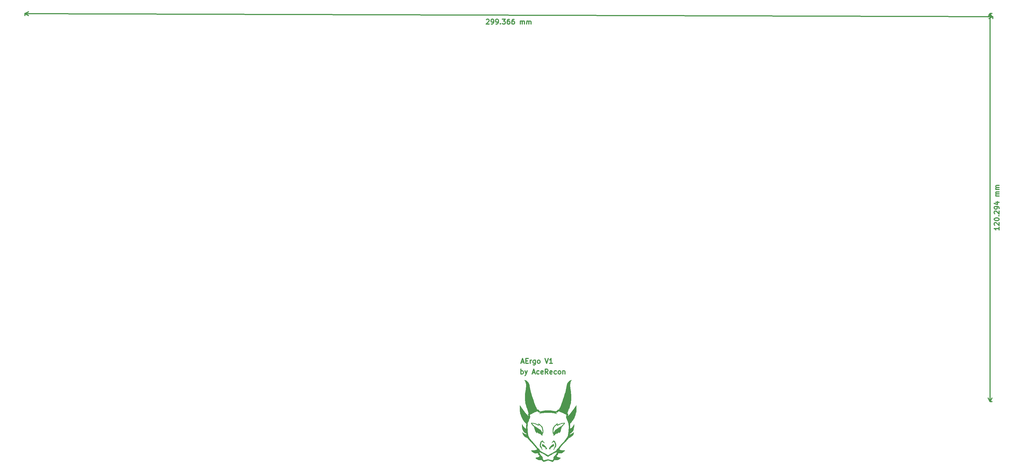
<source format=gto>
G04 #@! TF.GenerationSoftware,KiCad,Pcbnew,(5.0.2)-1*
G04 #@! TF.CreationDate,2019-04-06T17:54:21-07:00*
G04 #@! TF.ProjectId,AergoPcb,41657267-6f50-4636-922e-6b696361645f,rev?*
G04 #@! TF.SameCoordinates,Original*
G04 #@! TF.FileFunction,Legend,Top*
G04 #@! TF.FilePolarity,Positive*
%FSLAX46Y46*%
G04 Gerber Fmt 4.6, Leading zero omitted, Abs format (unit mm)*
G04 Created by KiCad (PCBNEW (5.0.2)-1) date 4/6/2019 5:54:21 PM*
%MOMM*%
%LPD*%
G01*
G04 APERTURE LIST*
%ADD10C,0.300000*%
%ADD11C,0.010000*%
%ADD12C,4.387800*%
%ADD13C,2.150000*%
%ADD14C,3.448000*%
%ADD15C,1.187400*%
G04 APERTURE END LIST*
D10*
X375142571Y-127864428D02*
X375142571Y-128721571D01*
X375142571Y-128293000D02*
X373642571Y-128293000D01*
X373856857Y-128435857D01*
X373999714Y-128578714D01*
X374071142Y-128721571D01*
X373785428Y-127293000D02*
X373714000Y-127221571D01*
X373642571Y-127078714D01*
X373642571Y-126721571D01*
X373714000Y-126578714D01*
X373785428Y-126507285D01*
X373928285Y-126435857D01*
X374071142Y-126435857D01*
X374285428Y-126507285D01*
X375142571Y-127364428D01*
X375142571Y-126435857D01*
X373642571Y-125507285D02*
X373642571Y-125364428D01*
X373714000Y-125221571D01*
X373785428Y-125150142D01*
X373928285Y-125078714D01*
X374214000Y-125007285D01*
X374571142Y-125007285D01*
X374856857Y-125078714D01*
X374999714Y-125150142D01*
X375071142Y-125221571D01*
X375142571Y-125364428D01*
X375142571Y-125507285D01*
X375071142Y-125650142D01*
X374999714Y-125721571D01*
X374856857Y-125793000D01*
X374571142Y-125864428D01*
X374214000Y-125864428D01*
X373928285Y-125793000D01*
X373785428Y-125721571D01*
X373714000Y-125650142D01*
X373642571Y-125507285D01*
X374999714Y-124364428D02*
X375071142Y-124293000D01*
X375142571Y-124364428D01*
X375071142Y-124435857D01*
X374999714Y-124364428D01*
X375142571Y-124364428D01*
X373785428Y-123721571D02*
X373714000Y-123650142D01*
X373642571Y-123507285D01*
X373642571Y-123150142D01*
X373714000Y-123007285D01*
X373785428Y-122935857D01*
X373928285Y-122864428D01*
X374071142Y-122864428D01*
X374285428Y-122935857D01*
X375142571Y-123793000D01*
X375142571Y-122864428D01*
X375142571Y-122150142D02*
X375142571Y-121864428D01*
X375071142Y-121721571D01*
X374999714Y-121650142D01*
X374785428Y-121507285D01*
X374499714Y-121435857D01*
X373928285Y-121435857D01*
X373785428Y-121507285D01*
X373714000Y-121578714D01*
X373642571Y-121721571D01*
X373642571Y-122007285D01*
X373714000Y-122150142D01*
X373785428Y-122221571D01*
X373928285Y-122293000D01*
X374285428Y-122293000D01*
X374428285Y-122221571D01*
X374499714Y-122150142D01*
X374571142Y-122007285D01*
X374571142Y-121721571D01*
X374499714Y-121578714D01*
X374428285Y-121507285D01*
X374285428Y-121435857D01*
X374142571Y-120150142D02*
X375142571Y-120150142D01*
X373571142Y-120507285D02*
X374642571Y-120864428D01*
X374642571Y-119935857D01*
X375142571Y-118221571D02*
X374142571Y-118221571D01*
X374285428Y-118221571D02*
X374214000Y-118150142D01*
X374142571Y-118007285D01*
X374142571Y-117793000D01*
X374214000Y-117650142D01*
X374356857Y-117578714D01*
X375142571Y-117578714D01*
X374356857Y-117578714D02*
X374214000Y-117507285D01*
X374142571Y-117364428D01*
X374142571Y-117150142D01*
X374214000Y-117007285D01*
X374356857Y-116935857D01*
X375142571Y-116935857D01*
X375142571Y-116221571D02*
X374142571Y-116221571D01*
X374285428Y-116221571D02*
X374214000Y-116150142D01*
X374142571Y-116007285D01*
X374142571Y-115793000D01*
X374214000Y-115650142D01*
X374356857Y-115578714D01*
X375142571Y-115578714D01*
X374356857Y-115578714D02*
X374214000Y-115507285D01*
X374142571Y-115364428D01*
X374142571Y-115150142D01*
X374214000Y-115007285D01*
X374356857Y-114935857D01*
X375142571Y-114935857D01*
X372364000Y-181940200D02*
X372364000Y-61645800D01*
X372364000Y-181940200D02*
X372950421Y-181940200D01*
X372364000Y-61645800D02*
X372950421Y-61645800D01*
X372364000Y-61645800D02*
X372950421Y-62772304D01*
X372364000Y-61645800D02*
X371777579Y-62772304D01*
X372364000Y-181940200D02*
X372950421Y-180813696D01*
X372364000Y-181940200D02*
X371777579Y-180813696D01*
X216535999Y-63629081D02*
X216607657Y-63557883D01*
X216750744Y-63486915D01*
X217107885Y-63488067D01*
X217250511Y-63559956D01*
X217321709Y-63631614D01*
X217392677Y-63774701D01*
X217392216Y-63917557D01*
X217320097Y-64131612D01*
X216460195Y-64985986D01*
X217388762Y-64988980D01*
X218103044Y-64991283D02*
X218388756Y-64992204D01*
X218531843Y-64921237D01*
X218603502Y-64850039D01*
X218747049Y-64636215D01*
X218819398Y-64350732D01*
X218821241Y-63779307D01*
X218750273Y-63636220D01*
X218679075Y-63564562D01*
X218536449Y-63492673D01*
X218250736Y-63491752D01*
X218107650Y-63562719D01*
X218035991Y-63633917D01*
X217964102Y-63776543D01*
X217962951Y-64133684D01*
X218033918Y-64276771D01*
X218105116Y-64348429D01*
X218247742Y-64420318D01*
X218533455Y-64421239D01*
X218676542Y-64350272D01*
X218748200Y-64279074D01*
X218820089Y-64136448D01*
X219531608Y-64995889D02*
X219817320Y-64996810D01*
X219960407Y-64925843D01*
X220032066Y-64854645D01*
X220175613Y-64640821D01*
X220247962Y-64355338D01*
X220249805Y-63783913D01*
X220178837Y-63640826D01*
X220107639Y-63569167D01*
X219965013Y-63497279D01*
X219679300Y-63496357D01*
X219536214Y-63567325D01*
X219464555Y-63638523D01*
X219392666Y-63781149D01*
X219391515Y-64138290D01*
X219462482Y-64281377D01*
X219533680Y-64353035D01*
X219676306Y-64424924D01*
X219962019Y-64425845D01*
X220105106Y-64354878D01*
X220176764Y-64283680D01*
X220248653Y-64141054D01*
X220889204Y-64857408D02*
X220960402Y-64929067D01*
X220888743Y-65000265D01*
X220817546Y-64928606D01*
X220889204Y-64857408D01*
X220888743Y-65000265D01*
X221465005Y-63502115D02*
X222393572Y-63505109D01*
X221891732Y-64074922D01*
X222106017Y-64075613D01*
X222248643Y-64147502D01*
X222319841Y-64219160D01*
X222390808Y-64362247D01*
X222389657Y-64719388D01*
X222317768Y-64862014D01*
X222246110Y-64933212D01*
X222103023Y-65004180D01*
X221674454Y-65002798D01*
X221531828Y-64930909D01*
X221460630Y-64859251D01*
X223679280Y-63509254D02*
X223393567Y-63508333D01*
X223250480Y-63579301D01*
X223178822Y-63650498D01*
X223035274Y-63864322D01*
X222962925Y-64149805D01*
X222961082Y-64721231D01*
X223032050Y-64864317D01*
X223103248Y-64935976D01*
X223245874Y-65007865D01*
X223531587Y-65008786D01*
X223674674Y-64937818D01*
X223746332Y-64866620D01*
X223818221Y-64723994D01*
X223819372Y-64366853D01*
X223748405Y-64223766D01*
X223677207Y-64152108D01*
X223534581Y-64080219D01*
X223248868Y-64079298D01*
X223105781Y-64150266D01*
X223034123Y-64221463D01*
X222962234Y-64364090D01*
X225107844Y-63513860D02*
X224822131Y-63512939D01*
X224679044Y-63583906D01*
X224607386Y-63655104D01*
X224463838Y-63868928D01*
X224391489Y-64154411D01*
X224389646Y-64725836D01*
X224460614Y-64868923D01*
X224531812Y-64940582D01*
X224674438Y-65012470D01*
X224960151Y-65013392D01*
X225103238Y-64942424D01*
X225174896Y-64871226D01*
X225246785Y-64728600D01*
X225247936Y-64371459D01*
X225176969Y-64228372D01*
X225105771Y-64156714D01*
X224963145Y-64084825D01*
X224677432Y-64083904D01*
X224534345Y-64154871D01*
X224462687Y-64226069D01*
X224390798Y-64368695D01*
X227031569Y-65020070D02*
X227034793Y-64020075D01*
X227034332Y-64162932D02*
X227105991Y-64091734D01*
X227249077Y-64020766D01*
X227463362Y-64021457D01*
X227605988Y-64093346D01*
X227676956Y-64236433D01*
X227674422Y-65022143D01*
X227676956Y-64236433D02*
X227748845Y-64093807D01*
X227891931Y-64022839D01*
X228106216Y-64023530D01*
X228248842Y-64095419D01*
X228319810Y-64238505D01*
X228317276Y-65024216D01*
X229031558Y-65026519D02*
X229034782Y-64026524D01*
X229034322Y-64169380D02*
X229105980Y-64098182D01*
X229249067Y-64027215D01*
X229463352Y-64027905D01*
X229605978Y-64099794D01*
X229676945Y-64242881D01*
X229674412Y-65028591D01*
X229676945Y-64242881D02*
X229748834Y-64100255D01*
X229891921Y-64029287D01*
X230106205Y-64029978D01*
X230248832Y-64101867D01*
X230319799Y-64244954D01*
X230317266Y-65030664D01*
X73786918Y-61747399D02*
X373151318Y-62712599D01*
X73787000Y-61722000D02*
X73785027Y-62333817D01*
X373151400Y-62687200D02*
X373149427Y-63299017D01*
X373151318Y-62712599D02*
X372022929Y-63295385D01*
X373151318Y-62712599D02*
X372026711Y-62122549D01*
X73786918Y-61747399D02*
X74911525Y-62337449D01*
X73786918Y-61747399D02*
X74915307Y-61164613D01*
X227249885Y-173373171D02*
X227249885Y-171873171D01*
X227249885Y-172444600D02*
X227392742Y-172373171D01*
X227678457Y-172373171D01*
X227821314Y-172444600D01*
X227892742Y-172516028D01*
X227964171Y-172658885D01*
X227964171Y-173087457D01*
X227892742Y-173230314D01*
X227821314Y-173301742D01*
X227678457Y-173373171D01*
X227392742Y-173373171D01*
X227249885Y-173301742D01*
X228464171Y-172373171D02*
X228821314Y-173373171D01*
X229178457Y-172373171D02*
X228821314Y-173373171D01*
X228678457Y-173730314D01*
X228607028Y-173801742D01*
X228464171Y-173873171D01*
X230821314Y-172944600D02*
X231535600Y-172944600D01*
X230678457Y-173373171D02*
X231178457Y-171873171D01*
X231678457Y-173373171D01*
X232821314Y-173301742D02*
X232678457Y-173373171D01*
X232392742Y-173373171D01*
X232249885Y-173301742D01*
X232178457Y-173230314D01*
X232107028Y-173087457D01*
X232107028Y-172658885D01*
X232178457Y-172516028D01*
X232249885Y-172444600D01*
X232392742Y-172373171D01*
X232678457Y-172373171D01*
X232821314Y-172444600D01*
X234035600Y-173301742D02*
X233892742Y-173373171D01*
X233607028Y-173373171D01*
X233464171Y-173301742D01*
X233392742Y-173158885D01*
X233392742Y-172587457D01*
X233464171Y-172444600D01*
X233607028Y-172373171D01*
X233892742Y-172373171D01*
X234035600Y-172444600D01*
X234107028Y-172587457D01*
X234107028Y-172730314D01*
X233392742Y-172873171D01*
X235607028Y-173373171D02*
X235107028Y-172658885D01*
X234749885Y-173373171D02*
X234749885Y-171873171D01*
X235321314Y-171873171D01*
X235464171Y-171944600D01*
X235535600Y-172016028D01*
X235607028Y-172158885D01*
X235607028Y-172373171D01*
X235535600Y-172516028D01*
X235464171Y-172587457D01*
X235321314Y-172658885D01*
X234749885Y-172658885D01*
X236821314Y-173301742D02*
X236678457Y-173373171D01*
X236392742Y-173373171D01*
X236249885Y-173301742D01*
X236178457Y-173158885D01*
X236178457Y-172587457D01*
X236249885Y-172444600D01*
X236392742Y-172373171D01*
X236678457Y-172373171D01*
X236821314Y-172444600D01*
X236892742Y-172587457D01*
X236892742Y-172730314D01*
X236178457Y-172873171D01*
X238178457Y-173301742D02*
X238035600Y-173373171D01*
X237749885Y-173373171D01*
X237607028Y-173301742D01*
X237535600Y-173230314D01*
X237464171Y-173087457D01*
X237464171Y-172658885D01*
X237535600Y-172516028D01*
X237607028Y-172444600D01*
X237749885Y-172373171D01*
X238035600Y-172373171D01*
X238178457Y-172444600D01*
X239035600Y-173373171D02*
X238892742Y-173301742D01*
X238821314Y-173230314D01*
X238749885Y-173087457D01*
X238749885Y-172658885D01*
X238821314Y-172516028D01*
X238892742Y-172444600D01*
X239035600Y-172373171D01*
X239249885Y-172373171D01*
X239392742Y-172444600D01*
X239464171Y-172516028D01*
X239535600Y-172658885D01*
X239535600Y-173087457D01*
X239464171Y-173230314D01*
X239392742Y-173301742D01*
X239249885Y-173373171D01*
X239035600Y-173373171D01*
X240178457Y-172373171D02*
X240178457Y-173373171D01*
X240178457Y-172516028D02*
X240249885Y-172444600D01*
X240392742Y-172373171D01*
X240607028Y-172373171D01*
X240749885Y-172444600D01*
X240821314Y-172587457D01*
X240821314Y-173373171D01*
X227395685Y-169642600D02*
X228109971Y-169642600D01*
X227252828Y-170071171D02*
X227752828Y-168571171D01*
X228252828Y-170071171D01*
X228752828Y-169285457D02*
X229252828Y-169285457D01*
X229467114Y-170071171D02*
X228752828Y-170071171D01*
X228752828Y-168571171D01*
X229467114Y-168571171D01*
X230109971Y-170071171D02*
X230109971Y-169071171D01*
X230109971Y-169356885D02*
X230181400Y-169214028D01*
X230252828Y-169142600D01*
X230395685Y-169071171D01*
X230538542Y-169071171D01*
X231681400Y-169071171D02*
X231681400Y-170285457D01*
X231609971Y-170428314D01*
X231538542Y-170499742D01*
X231395685Y-170571171D01*
X231181400Y-170571171D01*
X231038542Y-170499742D01*
X231681400Y-169999742D02*
X231538542Y-170071171D01*
X231252828Y-170071171D01*
X231109971Y-169999742D01*
X231038542Y-169928314D01*
X230967114Y-169785457D01*
X230967114Y-169356885D01*
X231038542Y-169214028D01*
X231109971Y-169142600D01*
X231252828Y-169071171D01*
X231538542Y-169071171D01*
X231681400Y-169142600D01*
X232609971Y-170071171D02*
X232467114Y-169999742D01*
X232395685Y-169928314D01*
X232324257Y-169785457D01*
X232324257Y-169356885D01*
X232395685Y-169214028D01*
X232467114Y-169142600D01*
X232609971Y-169071171D01*
X232824257Y-169071171D01*
X232967114Y-169142600D01*
X233038542Y-169214028D01*
X233109971Y-169356885D01*
X233109971Y-169785457D01*
X233038542Y-169928314D01*
X232967114Y-169999742D01*
X232824257Y-170071171D01*
X232609971Y-170071171D01*
X234681400Y-168571171D02*
X235181400Y-170071171D01*
X235681400Y-168571171D01*
X236967114Y-170071171D02*
X236109971Y-170071171D01*
X236538542Y-170071171D02*
X236538542Y-168571171D01*
X236395685Y-168785457D01*
X236252828Y-168928314D01*
X236109971Y-168999742D01*
D11*
G04 #@! TO.C,G\002A\002A\002A*
G36*
X240734888Y-188477200D02*
X240764646Y-188485156D01*
X240748230Y-188530707D01*
X240705125Y-188625454D01*
X240644545Y-188749176D01*
X240642508Y-188753214D01*
X240533399Y-188929641D01*
X240371006Y-189137167D01*
X240178420Y-189349260D01*
X239836470Y-189703352D01*
X239693124Y-190171038D01*
X239596387Y-190484005D01*
X239517201Y-190732079D01*
X239451373Y-190925434D01*
X239394712Y-191074245D01*
X239343027Y-191188687D01*
X239292127Y-191278934D01*
X239237819Y-191355163D01*
X239175912Y-191427547D01*
X239175177Y-191428355D01*
X239090556Y-191514247D01*
X239031328Y-191560608D01*
X239010096Y-191557610D01*
X239010141Y-191557031D01*
X239012470Y-191481281D01*
X239011490Y-191368533D01*
X239010815Y-191342779D01*
X239006185Y-191187143D01*
X238830635Y-191387822D01*
X238731357Y-191492888D01*
X238635113Y-191569154D01*
X238517070Y-191632284D01*
X238352395Y-191697942D01*
X238320593Y-191709536D01*
X238163611Y-191763601D01*
X238028401Y-191805210D01*
X237936057Y-191828070D01*
X237914729Y-191830570D01*
X237847313Y-191864725D01*
X237798497Y-191938875D01*
X237755334Y-192004123D01*
X237675986Y-192095676D01*
X237578128Y-192196161D01*
X237479433Y-192288207D01*
X237397575Y-192354441D01*
X237352113Y-192377646D01*
X237324860Y-192346868D01*
X237310520Y-192315835D01*
X237295717Y-192239519D01*
X237287436Y-192123565D01*
X237286800Y-192082516D01*
X237270635Y-191944458D01*
X237213509Y-191813204D01*
X237159800Y-191730725D01*
X237032800Y-191550441D01*
X237034996Y-191256164D01*
X237217155Y-191256164D01*
X237236028Y-191403845D01*
X237247749Y-191439863D01*
X237278430Y-191504987D01*
X237305785Y-191528145D01*
X237336734Y-191501984D01*
X237378202Y-191419147D01*
X237437108Y-191272282D01*
X237458871Y-191215538D01*
X237501213Y-191111142D01*
X237546876Y-191019444D01*
X237603026Y-190934367D01*
X237676826Y-190849834D01*
X237775442Y-190759767D01*
X237906037Y-190658090D01*
X238075777Y-190538726D01*
X238291826Y-190395598D01*
X238561349Y-190222629D01*
X238829969Y-190052570D01*
X239104399Y-189878923D01*
X239322832Y-189738818D01*
X239495540Y-189624366D01*
X239632794Y-189527679D01*
X239744865Y-189440867D01*
X239842026Y-189356042D01*
X239934549Y-189265316D01*
X240032704Y-189160800D01*
X240127444Y-189056108D01*
X240496249Y-188645800D01*
X240297547Y-188633963D01*
X240149269Y-188634970D01*
X239987574Y-188657521D01*
X239801288Y-188704943D01*
X239579238Y-188780561D01*
X239310248Y-188887703D01*
X239013038Y-189016388D01*
X238809996Y-189105992D01*
X238632144Y-189183323D01*
X238491581Y-189243213D01*
X238400407Y-189280494D01*
X238371055Y-189290570D01*
X238353836Y-189255625D01*
X238338943Y-189167217D01*
X238334249Y-189114746D01*
X238322339Y-188938922D01*
X237946945Y-189300361D01*
X237800404Y-189444491D01*
X237669507Y-189578817D01*
X237567469Y-189689396D01*
X237507505Y-189762285D01*
X237503475Y-189768286D01*
X237436372Y-189907708D01*
X237373566Y-190100505D01*
X237317719Y-190329277D01*
X237271493Y-190576628D01*
X237237549Y-190825157D01*
X237218549Y-191057469D01*
X237217155Y-191256164D01*
X237034996Y-191256164D01*
X237036932Y-190996890D01*
X237047097Y-190646461D01*
X237076279Y-190349321D01*
X237131045Y-190092948D01*
X237217960Y-189864821D01*
X237343590Y-189652420D01*
X237514502Y-189443224D01*
X237737263Y-189224711D01*
X238018437Y-188984360D01*
X238146493Y-188881087D01*
X238478646Y-188616330D01*
X238490188Y-188852202D01*
X238501730Y-189088075D01*
X238920034Y-188890674D01*
X239212521Y-188756376D01*
X239454484Y-188655475D01*
X239663416Y-188582866D01*
X239856805Y-188533446D01*
X240052140Y-188502110D01*
X240266913Y-188483754D01*
X240325031Y-188480627D01*
X240499721Y-188474216D01*
X240641524Y-188473127D01*
X240734888Y-188477200D01*
X240734888Y-188477200D01*
G37*
X240734888Y-188477200D02*
X240764646Y-188485156D01*
X240748230Y-188530707D01*
X240705125Y-188625454D01*
X240644545Y-188749176D01*
X240642508Y-188753214D01*
X240533399Y-188929641D01*
X240371006Y-189137167D01*
X240178420Y-189349260D01*
X239836470Y-189703352D01*
X239693124Y-190171038D01*
X239596387Y-190484005D01*
X239517201Y-190732079D01*
X239451373Y-190925434D01*
X239394712Y-191074245D01*
X239343027Y-191188687D01*
X239292127Y-191278934D01*
X239237819Y-191355163D01*
X239175912Y-191427547D01*
X239175177Y-191428355D01*
X239090556Y-191514247D01*
X239031328Y-191560608D01*
X239010096Y-191557610D01*
X239010141Y-191557031D01*
X239012470Y-191481281D01*
X239011490Y-191368533D01*
X239010815Y-191342779D01*
X239006185Y-191187143D01*
X238830635Y-191387822D01*
X238731357Y-191492888D01*
X238635113Y-191569154D01*
X238517070Y-191632284D01*
X238352395Y-191697942D01*
X238320593Y-191709536D01*
X238163611Y-191763601D01*
X238028401Y-191805210D01*
X237936057Y-191828070D01*
X237914729Y-191830570D01*
X237847313Y-191864725D01*
X237798497Y-191938875D01*
X237755334Y-192004123D01*
X237675986Y-192095676D01*
X237578128Y-192196161D01*
X237479433Y-192288207D01*
X237397575Y-192354441D01*
X237352113Y-192377646D01*
X237324860Y-192346868D01*
X237310520Y-192315835D01*
X237295717Y-192239519D01*
X237287436Y-192123565D01*
X237286800Y-192082516D01*
X237270635Y-191944458D01*
X237213509Y-191813204D01*
X237159800Y-191730725D01*
X237032800Y-191550441D01*
X237034996Y-191256164D01*
X237217155Y-191256164D01*
X237236028Y-191403845D01*
X237247749Y-191439863D01*
X237278430Y-191504987D01*
X237305785Y-191528145D01*
X237336734Y-191501984D01*
X237378202Y-191419147D01*
X237437108Y-191272282D01*
X237458871Y-191215538D01*
X237501213Y-191111142D01*
X237546876Y-191019444D01*
X237603026Y-190934367D01*
X237676826Y-190849834D01*
X237775442Y-190759767D01*
X237906037Y-190658090D01*
X238075777Y-190538726D01*
X238291826Y-190395598D01*
X238561349Y-190222629D01*
X238829969Y-190052570D01*
X239104399Y-189878923D01*
X239322832Y-189738818D01*
X239495540Y-189624366D01*
X239632794Y-189527679D01*
X239744865Y-189440867D01*
X239842026Y-189356042D01*
X239934549Y-189265316D01*
X240032704Y-189160800D01*
X240127444Y-189056108D01*
X240496249Y-188645800D01*
X240297547Y-188633963D01*
X240149269Y-188634970D01*
X239987574Y-188657521D01*
X239801288Y-188704943D01*
X239579238Y-188780561D01*
X239310248Y-188887703D01*
X239013038Y-189016388D01*
X238809996Y-189105992D01*
X238632144Y-189183323D01*
X238491581Y-189243213D01*
X238400407Y-189280494D01*
X238371055Y-189290570D01*
X238353836Y-189255625D01*
X238338943Y-189167217D01*
X238334249Y-189114746D01*
X238322339Y-188938922D01*
X237946945Y-189300361D01*
X237800404Y-189444491D01*
X237669507Y-189578817D01*
X237567469Y-189689396D01*
X237507505Y-189762285D01*
X237503475Y-189768286D01*
X237436372Y-189907708D01*
X237373566Y-190100505D01*
X237317719Y-190329277D01*
X237271493Y-190576628D01*
X237237549Y-190825157D01*
X237218549Y-191057469D01*
X237217155Y-191256164D01*
X237034996Y-191256164D01*
X237036932Y-190996890D01*
X237047097Y-190646461D01*
X237076279Y-190349321D01*
X237131045Y-190092948D01*
X237217960Y-189864821D01*
X237343590Y-189652420D01*
X237514502Y-189443224D01*
X237737263Y-189224711D01*
X238018437Y-188984360D01*
X238146493Y-188881087D01*
X238478646Y-188616330D01*
X238490188Y-188852202D01*
X238501730Y-189088075D01*
X238920034Y-188890674D01*
X239212521Y-188756376D01*
X239454484Y-188655475D01*
X239663416Y-188582866D01*
X239856805Y-188533446D01*
X240052140Y-188502110D01*
X240266913Y-188483754D01*
X240325031Y-188480627D01*
X240499721Y-188474216D01*
X240641524Y-188473127D01*
X240734888Y-188477200D01*
G36*
X230612171Y-188474792D02*
X230770723Y-188480052D01*
X230991925Y-188494699D01*
X231186852Y-188520273D01*
X231373236Y-188561902D01*
X231568812Y-188624716D01*
X231791314Y-188713843D01*
X232058473Y-188834412D01*
X232157954Y-188881260D01*
X232597570Y-189089752D01*
X232597570Y-188858007D01*
X232600925Y-188735143D01*
X232609637Y-188651119D01*
X232619479Y-188626262D01*
X232665976Y-188651084D01*
X232757733Y-188718646D01*
X232882662Y-188818595D01*
X233028673Y-188940576D01*
X233183678Y-189074235D01*
X233335587Y-189209217D01*
X233472312Y-189335169D01*
X233581763Y-189441736D01*
X233625873Y-189488242D01*
X233805199Y-189732949D01*
X233938379Y-190022556D01*
X234027239Y-190363280D01*
X234073605Y-190761338D01*
X234081814Y-191040517D01*
X234075135Y-191287784D01*
X234050920Y-191477364D01*
X234004333Y-191628686D01*
X233930538Y-191761177D01*
X233888148Y-191818585D01*
X233831815Y-191927333D01*
X233809840Y-192077989D01*
X233808954Y-192126610D01*
X233802696Y-192246997D01*
X233786642Y-192332140D01*
X233772990Y-192356184D01*
X233726201Y-192345055D01*
X233641864Y-192293420D01*
X233561601Y-192231490D01*
X233449680Y-192125807D01*
X233353895Y-192014983D01*
X233315140Y-191957570D01*
X233251751Y-191874063D01*
X233187045Y-191831832D01*
X233176880Y-191830570D01*
X233111519Y-191817773D01*
X232993870Y-191783560D01*
X232844732Y-191734198D01*
X232775162Y-191709536D01*
X232600883Y-191642053D01*
X232477145Y-191579564D01*
X232379116Y-191506405D01*
X232281963Y-191406912D01*
X232265119Y-191387822D01*
X232089570Y-191187143D01*
X232089570Y-191609731D01*
X231989439Y-191515663D01*
X231916384Y-191439400D01*
X231850879Y-191350845D01*
X231787982Y-191239166D01*
X231722747Y-191093534D01*
X231650233Y-190903119D01*
X231565495Y-190657091D01*
X231484356Y-190409151D01*
X231243242Y-189661800D01*
X230926562Y-189354726D01*
X230694705Y-189108570D01*
X230526212Y-188879420D01*
X230470496Y-188782396D01*
X230403960Y-188652298D01*
X230400851Y-188645800D01*
X230605132Y-188645800D01*
X230966279Y-189048471D01*
X231072019Y-189165299D01*
X231165032Y-189263525D01*
X231255034Y-189350574D01*
X231351740Y-189433870D01*
X231464864Y-189520837D01*
X231604122Y-189618899D01*
X231779228Y-189735481D01*
X231999898Y-189878006D01*
X232275847Y-190053899D01*
X232312063Y-190076919D01*
X232568158Y-190241767D01*
X232808595Y-190400479D01*
X233023675Y-190546348D01*
X233203702Y-190672666D01*
X233338979Y-190772726D01*
X233419808Y-190839823D01*
X233429751Y-190849968D01*
X233511659Y-190962885D01*
X233598105Y-191116890D01*
X233669816Y-191277292D01*
X233724196Y-191407097D01*
X233772110Y-191499332D01*
X233804845Y-191537754D01*
X233809268Y-191537299D01*
X233835316Y-191490476D01*
X233866500Y-191392597D01*
X233884199Y-191319112D01*
X233902587Y-191187775D01*
X233902982Y-191036128D01*
X233883944Y-190851340D01*
X233844037Y-190620585D01*
X233781822Y-190331032D01*
X233765539Y-190260487D01*
X233708752Y-190052551D01*
X233637962Y-189876185D01*
X233542242Y-189714709D01*
X233410668Y-189551444D01*
X233232314Y-189369708D01*
X233103339Y-189249456D01*
X232753877Y-188930420D01*
X232753877Y-189110495D01*
X232749570Y-189216858D01*
X232738645Y-189281502D01*
X232731716Y-189290570D01*
X232690437Y-189275595D01*
X232589657Y-189234056D01*
X232441337Y-189171027D01*
X232257438Y-189091583D01*
X232082287Y-189015029D01*
X231763104Y-188878434D01*
X231501622Y-188775469D01*
X231286676Y-188702813D01*
X231107100Y-188657145D01*
X230951728Y-188635143D01*
X230809393Y-188633488D01*
X230801021Y-188633963D01*
X230605132Y-188645800D01*
X230400851Y-188645800D01*
X230354697Y-188549342D01*
X230331748Y-188492580D01*
X230331108Y-188488630D01*
X230367523Y-188478951D01*
X230466396Y-188474237D01*
X230612171Y-188474792D01*
X230612171Y-188474792D01*
G37*
X230612171Y-188474792D02*
X230770723Y-188480052D01*
X230991925Y-188494699D01*
X231186852Y-188520273D01*
X231373236Y-188561902D01*
X231568812Y-188624716D01*
X231791314Y-188713843D01*
X232058473Y-188834412D01*
X232157954Y-188881260D01*
X232597570Y-189089752D01*
X232597570Y-188858007D01*
X232600925Y-188735143D01*
X232609637Y-188651119D01*
X232619479Y-188626262D01*
X232665976Y-188651084D01*
X232757733Y-188718646D01*
X232882662Y-188818595D01*
X233028673Y-188940576D01*
X233183678Y-189074235D01*
X233335587Y-189209217D01*
X233472312Y-189335169D01*
X233581763Y-189441736D01*
X233625873Y-189488242D01*
X233805199Y-189732949D01*
X233938379Y-190022556D01*
X234027239Y-190363280D01*
X234073605Y-190761338D01*
X234081814Y-191040517D01*
X234075135Y-191287784D01*
X234050920Y-191477364D01*
X234004333Y-191628686D01*
X233930538Y-191761177D01*
X233888148Y-191818585D01*
X233831815Y-191927333D01*
X233809840Y-192077989D01*
X233808954Y-192126610D01*
X233802696Y-192246997D01*
X233786642Y-192332140D01*
X233772990Y-192356184D01*
X233726201Y-192345055D01*
X233641864Y-192293420D01*
X233561601Y-192231490D01*
X233449680Y-192125807D01*
X233353895Y-192014983D01*
X233315140Y-191957570D01*
X233251751Y-191874063D01*
X233187045Y-191831832D01*
X233176880Y-191830570D01*
X233111519Y-191817773D01*
X232993870Y-191783560D01*
X232844732Y-191734198D01*
X232775162Y-191709536D01*
X232600883Y-191642053D01*
X232477145Y-191579564D01*
X232379116Y-191506405D01*
X232281963Y-191406912D01*
X232265119Y-191387822D01*
X232089570Y-191187143D01*
X232089570Y-191609731D01*
X231989439Y-191515663D01*
X231916384Y-191439400D01*
X231850879Y-191350845D01*
X231787982Y-191239166D01*
X231722747Y-191093534D01*
X231650233Y-190903119D01*
X231565495Y-190657091D01*
X231484356Y-190409151D01*
X231243242Y-189661800D01*
X230926562Y-189354726D01*
X230694705Y-189108570D01*
X230526212Y-188879420D01*
X230470496Y-188782396D01*
X230403960Y-188652298D01*
X230400851Y-188645800D01*
X230605132Y-188645800D01*
X230966279Y-189048471D01*
X231072019Y-189165299D01*
X231165032Y-189263525D01*
X231255034Y-189350574D01*
X231351740Y-189433870D01*
X231464864Y-189520837D01*
X231604122Y-189618899D01*
X231779228Y-189735481D01*
X231999898Y-189878006D01*
X232275847Y-190053899D01*
X232312063Y-190076919D01*
X232568158Y-190241767D01*
X232808595Y-190400479D01*
X233023675Y-190546348D01*
X233203702Y-190672666D01*
X233338979Y-190772726D01*
X233419808Y-190839823D01*
X233429751Y-190849968D01*
X233511659Y-190962885D01*
X233598105Y-191116890D01*
X233669816Y-191277292D01*
X233724196Y-191407097D01*
X233772110Y-191499332D01*
X233804845Y-191537754D01*
X233809268Y-191537299D01*
X233835316Y-191490476D01*
X233866500Y-191392597D01*
X233884199Y-191319112D01*
X233902587Y-191187775D01*
X233902982Y-191036128D01*
X233883944Y-190851340D01*
X233844037Y-190620585D01*
X233781822Y-190331032D01*
X233765539Y-190260487D01*
X233708752Y-190052551D01*
X233637962Y-189876185D01*
X233542242Y-189714709D01*
X233410668Y-189551444D01*
X233232314Y-189369708D01*
X233103339Y-189249456D01*
X232753877Y-188930420D01*
X232753877Y-189110495D01*
X232749570Y-189216858D01*
X232738645Y-189281502D01*
X232731716Y-189290570D01*
X232690437Y-189275595D01*
X232589657Y-189234056D01*
X232441337Y-189171027D01*
X232257438Y-189091583D01*
X232082287Y-189015029D01*
X231763104Y-188878434D01*
X231501622Y-188775469D01*
X231286676Y-188702813D01*
X231107100Y-188657145D01*
X230951728Y-188635143D01*
X230809393Y-188633488D01*
X230801021Y-188633963D01*
X230605132Y-188645800D01*
X230400851Y-188645800D01*
X230354697Y-188549342D01*
X230331748Y-188492580D01*
X230331108Y-188488630D01*
X230367523Y-188478951D01*
X230466396Y-188474237D01*
X230612171Y-188474792D01*
G36*
X237275505Y-195066145D02*
X237322796Y-195118146D01*
X237368157Y-195208862D01*
X237412500Y-195336385D01*
X237426842Y-195439797D01*
X237422736Y-195467348D01*
X237369266Y-195548886D01*
X237265775Y-195647689D01*
X237133162Y-195748192D01*
X236992331Y-195834827D01*
X236864182Y-195892027D01*
X236844753Y-195897814D01*
X236660880Y-195958258D01*
X236526995Y-196034561D01*
X236414980Y-196145320D01*
X236358345Y-196219489D01*
X236272832Y-196347588D01*
X236238511Y-196427572D01*
X236253957Y-196469112D01*
X236317743Y-196481881D01*
X236319646Y-196481912D01*
X236372771Y-196490969D01*
X236362490Y-196511827D01*
X236301532Y-196538625D01*
X236202622Y-196565500D01*
X236097780Y-196584087D01*
X235989013Y-196596329D01*
X235936781Y-196587376D01*
X235920373Y-196547905D01*
X235919108Y-196503633D01*
X235947294Y-196375307D01*
X236025142Y-196210057D01*
X236142580Y-196021362D01*
X236289542Y-195822701D01*
X236455957Y-195627552D01*
X236631757Y-195449395D01*
X236806874Y-195301708D01*
X236829159Y-195285381D01*
X237003375Y-195163071D01*
X237127820Y-195086900D01*
X237214522Y-195055160D01*
X237275505Y-195066145D01*
X237275505Y-195066145D01*
G37*
X237275505Y-195066145D02*
X237322796Y-195118146D01*
X237368157Y-195208862D01*
X237412500Y-195336385D01*
X237426842Y-195439797D01*
X237422736Y-195467348D01*
X237369266Y-195548886D01*
X237265775Y-195647689D01*
X237133162Y-195748192D01*
X236992331Y-195834827D01*
X236864182Y-195892027D01*
X236844753Y-195897814D01*
X236660880Y-195958258D01*
X236526995Y-196034561D01*
X236414980Y-196145320D01*
X236358345Y-196219489D01*
X236272832Y-196347588D01*
X236238511Y-196427572D01*
X236253957Y-196469112D01*
X236317743Y-196481881D01*
X236319646Y-196481912D01*
X236372771Y-196490969D01*
X236362490Y-196511827D01*
X236301532Y-196538625D01*
X236202622Y-196565500D01*
X236097780Y-196584087D01*
X235989013Y-196596329D01*
X235936781Y-196587376D01*
X235920373Y-196547905D01*
X235919108Y-196503633D01*
X235947294Y-196375307D01*
X236025142Y-196210057D01*
X236142580Y-196021362D01*
X236289542Y-195822701D01*
X236455957Y-195627552D01*
X236631757Y-195449395D01*
X236806874Y-195301708D01*
X236829159Y-195285381D01*
X237003375Y-195163071D01*
X237127820Y-195086900D01*
X237214522Y-195055160D01*
X237275505Y-195066145D01*
G36*
X233947208Y-195055506D02*
X234047101Y-195111595D01*
X234177806Y-195193298D01*
X234265661Y-195251624D01*
X234449020Y-195385457D01*
X234598356Y-195520321D01*
X234740375Y-195682241D01*
X234837208Y-195808637D01*
X234990879Y-196021725D01*
X235099486Y-196186780D01*
X235169103Y-196314873D01*
X235205805Y-196417071D01*
X235215723Y-196498321D01*
X235202650Y-196570901D01*
X235147426Y-196594139D01*
X235108262Y-196594430D01*
X234994384Y-196580408D01*
X234867788Y-196551406D01*
X234864031Y-196550301D01*
X234787448Y-196520002D01*
X234776013Y-196496585D01*
X234785877Y-196492114D01*
X234872433Y-196465703D01*
X234895038Y-196458663D01*
X234900855Y-196423550D01*
X234865349Y-196348767D01*
X234801057Y-196251277D01*
X234720516Y-196148041D01*
X234636264Y-196056020D01*
X234560838Y-195992177D01*
X234542134Y-195981218D01*
X234447206Y-195943123D01*
X234321671Y-195903752D01*
X234288985Y-195895055D01*
X234151784Y-195837912D01*
X233997886Y-195740918D01*
X233854703Y-195624484D01*
X233749649Y-195509017D01*
X233730652Y-195479377D01*
X233707503Y-195413842D01*
X233717218Y-195335322D01*
X233763187Y-195216747D01*
X233763691Y-195215608D01*
X233818810Y-195111960D01*
X233871443Y-195046502D01*
X233894680Y-195034710D01*
X233947208Y-195055506D01*
X233947208Y-195055506D01*
G37*
X233947208Y-195055506D02*
X234047101Y-195111595D01*
X234177806Y-195193298D01*
X234265661Y-195251624D01*
X234449020Y-195385457D01*
X234598356Y-195520321D01*
X234740375Y-195682241D01*
X234837208Y-195808637D01*
X234990879Y-196021725D01*
X235099486Y-196186780D01*
X235169103Y-196314873D01*
X235205805Y-196417071D01*
X235215723Y-196498321D01*
X235202650Y-196570901D01*
X235147426Y-196594139D01*
X235108262Y-196594430D01*
X234994384Y-196580408D01*
X234867788Y-196551406D01*
X234864031Y-196550301D01*
X234787448Y-196520002D01*
X234776013Y-196496585D01*
X234785877Y-196492114D01*
X234872433Y-196465703D01*
X234895038Y-196458663D01*
X234900855Y-196423550D01*
X234865349Y-196348767D01*
X234801057Y-196251277D01*
X234720516Y-196148041D01*
X234636264Y-196056020D01*
X234560838Y-195992177D01*
X234542134Y-195981218D01*
X234447206Y-195943123D01*
X234321671Y-195903752D01*
X234288985Y-195895055D01*
X234151784Y-195837912D01*
X233997886Y-195740918D01*
X233854703Y-195624484D01*
X233749649Y-195509017D01*
X233730652Y-195479377D01*
X233707503Y-195413842D01*
X233717218Y-195335322D01*
X233763187Y-195216747D01*
X233763691Y-195215608D01*
X233818810Y-195111960D01*
X233871443Y-195046502D01*
X233894680Y-195034710D01*
X233947208Y-195055506D01*
G36*
X237274375Y-193956992D02*
X237364434Y-193999565D01*
X237480042Y-194056872D01*
X237594198Y-194117145D01*
X237669976Y-194171334D01*
X237724337Y-194239991D01*
X237774240Y-194343666D01*
X237826691Y-194476949D01*
X237912798Y-194710061D01*
X237972500Y-194897485D01*
X238012064Y-195064528D01*
X238037754Y-195236501D01*
X238051896Y-195386570D01*
X238075071Y-195679646D01*
X237696899Y-196226723D01*
X237569971Y-196409572D01*
X237457065Y-196570777D01*
X237366237Y-196698947D01*
X237305546Y-196782692D01*
X237284603Y-196809546D01*
X237288421Y-196786991D01*
X237319265Y-196703000D01*
X237373045Y-196567828D01*
X237445672Y-196391731D01*
X237533057Y-196184964D01*
X237541688Y-196164776D01*
X237633607Y-195945436D01*
X237713654Y-195745753D01*
X237776913Y-195578712D01*
X237818463Y-195457299D01*
X237833387Y-195394675D01*
X237820656Y-195300799D01*
X237785756Y-195160673D01*
X237734695Y-194991208D01*
X237673481Y-194809317D01*
X237608122Y-194631912D01*
X237544626Y-194475904D01*
X237489000Y-194358205D01*
X237447253Y-194295727D01*
X237441503Y-194291556D01*
X237387814Y-194274601D01*
X237323076Y-194283280D01*
X237235463Y-194323250D01*
X237113151Y-194400167D01*
X236944313Y-194519690D01*
X236905800Y-194547828D01*
X236791250Y-194629114D01*
X236705502Y-194684852D01*
X236663489Y-194705492D01*
X236661570Y-194704042D01*
X236683482Y-194665724D01*
X236741765Y-194581394D01*
X236825233Y-194465964D01*
X236922702Y-194334346D01*
X237022989Y-194201453D01*
X237114909Y-194082195D01*
X237187279Y-193991487D01*
X237228913Y-193944238D01*
X237234061Y-193940723D01*
X237274375Y-193956992D01*
X237274375Y-193956992D01*
G37*
X237274375Y-193956992D02*
X237364434Y-193999565D01*
X237480042Y-194056872D01*
X237594198Y-194117145D01*
X237669976Y-194171334D01*
X237724337Y-194239991D01*
X237774240Y-194343666D01*
X237826691Y-194476949D01*
X237912798Y-194710061D01*
X237972500Y-194897485D01*
X238012064Y-195064528D01*
X238037754Y-195236501D01*
X238051896Y-195386570D01*
X238075071Y-195679646D01*
X237696899Y-196226723D01*
X237569971Y-196409572D01*
X237457065Y-196570777D01*
X237366237Y-196698947D01*
X237305546Y-196782692D01*
X237284603Y-196809546D01*
X237288421Y-196786991D01*
X237319265Y-196703000D01*
X237373045Y-196567828D01*
X237445672Y-196391731D01*
X237533057Y-196184964D01*
X237541688Y-196164776D01*
X237633607Y-195945436D01*
X237713654Y-195745753D01*
X237776913Y-195578712D01*
X237818463Y-195457299D01*
X237833387Y-195394675D01*
X237820656Y-195300799D01*
X237785756Y-195160673D01*
X237734695Y-194991208D01*
X237673481Y-194809317D01*
X237608122Y-194631912D01*
X237544626Y-194475904D01*
X237489000Y-194358205D01*
X237447253Y-194295727D01*
X237441503Y-194291556D01*
X237387814Y-194274601D01*
X237323076Y-194283280D01*
X237235463Y-194323250D01*
X237113151Y-194400167D01*
X236944313Y-194519690D01*
X236905800Y-194547828D01*
X236791250Y-194629114D01*
X236705502Y-194684852D01*
X236663489Y-194705492D01*
X236661570Y-194704042D01*
X236683482Y-194665724D01*
X236741765Y-194581394D01*
X236825233Y-194465964D01*
X236922702Y-194334346D01*
X237022989Y-194201453D01*
X237114909Y-194082195D01*
X237187279Y-193991487D01*
X237228913Y-193944238D01*
X237234061Y-193940723D01*
X237274375Y-193956992D01*
G36*
X234179609Y-194333243D02*
X234290542Y-194479989D01*
X234379376Y-194601407D01*
X234437826Y-194685874D01*
X234457606Y-194721769D01*
X234456931Y-194722262D01*
X234418483Y-194700902D01*
X234330882Y-194643156D01*
X234208239Y-194558528D01*
X234100856Y-194482491D01*
X233936571Y-194367891D01*
X233812737Y-194296322D01*
X233719109Y-194272867D01*
X233645445Y-194302608D01*
X233581501Y-194390629D01*
X233517032Y-194542011D01*
X233441795Y-194761838D01*
X233423153Y-194818751D01*
X233362907Y-195008499D01*
X233312893Y-195176329D01*
X233277780Y-195305801D01*
X233262237Y-195380480D01*
X233261877Y-195386559D01*
X233276200Y-195437962D01*
X233315358Y-195547167D01*
X233373634Y-195700041D01*
X233445310Y-195882453D01*
X233524670Y-196080270D01*
X233605995Y-196279360D01*
X233683569Y-196465589D01*
X233751674Y-196624826D01*
X233804594Y-196742938D01*
X233834939Y-196803108D01*
X233839029Y-196831983D01*
X233836532Y-196832416D01*
X233808836Y-196802364D01*
X233749360Y-196722443D01*
X233669385Y-196608004D01*
X233642684Y-196568646D01*
X233536530Y-196412055D01*
X233408281Y-196224247D01*
X233280461Y-196038175D01*
X233240235Y-195979906D01*
X233015523Y-195654935D01*
X233061825Y-195278171D01*
X233090824Y-195108943D01*
X233137267Y-194911911D01*
X233195322Y-194705530D01*
X233259157Y-194508253D01*
X233322939Y-194338535D01*
X233380835Y-194214832D01*
X233412854Y-194167505D01*
X233459483Y-194138348D01*
X233555646Y-194089976D01*
X233659571Y-194042255D01*
X233881419Y-193944225D01*
X234179609Y-194333243D01*
X234179609Y-194333243D01*
G37*
X234179609Y-194333243D02*
X234290542Y-194479989D01*
X234379376Y-194601407D01*
X234437826Y-194685874D01*
X234457606Y-194721769D01*
X234456931Y-194722262D01*
X234418483Y-194700902D01*
X234330882Y-194643156D01*
X234208239Y-194558528D01*
X234100856Y-194482491D01*
X233936571Y-194367891D01*
X233812737Y-194296322D01*
X233719109Y-194272867D01*
X233645445Y-194302608D01*
X233581501Y-194390629D01*
X233517032Y-194542011D01*
X233441795Y-194761838D01*
X233423153Y-194818751D01*
X233362907Y-195008499D01*
X233312893Y-195176329D01*
X233277780Y-195305801D01*
X233262237Y-195380480D01*
X233261877Y-195386559D01*
X233276200Y-195437962D01*
X233315358Y-195547167D01*
X233373634Y-195700041D01*
X233445310Y-195882453D01*
X233524670Y-196080270D01*
X233605995Y-196279360D01*
X233683569Y-196465589D01*
X233751674Y-196624826D01*
X233804594Y-196742938D01*
X233834939Y-196803108D01*
X233839029Y-196831983D01*
X233836532Y-196832416D01*
X233808836Y-196802364D01*
X233749360Y-196722443D01*
X233669385Y-196608004D01*
X233642684Y-196568646D01*
X233536530Y-196412055D01*
X233408281Y-196224247D01*
X233280461Y-196038175D01*
X233240235Y-195979906D01*
X233015523Y-195654935D01*
X233061825Y-195278171D01*
X233090824Y-195108943D01*
X233137267Y-194911911D01*
X233195322Y-194705530D01*
X233259157Y-194508253D01*
X233322939Y-194338535D01*
X233380835Y-194214832D01*
X233412854Y-194167505D01*
X233459483Y-194138348D01*
X233555646Y-194089976D01*
X233659571Y-194042255D01*
X233881419Y-193944225D01*
X234179609Y-194333243D01*
G36*
X242834700Y-175250759D02*
X242792530Y-175323719D01*
X242723003Y-175421851D01*
X242639233Y-175541185D01*
X242575713Y-175657685D01*
X242526395Y-175789256D01*
X242485229Y-175953806D01*
X242446168Y-176169239D01*
X242425306Y-176303160D01*
X242398291Y-176502151D01*
X242380693Y-176688909D01*
X242373105Y-176875588D01*
X242376120Y-177074347D01*
X242390332Y-177297340D01*
X242416335Y-177556725D01*
X242454720Y-177864658D01*
X242506082Y-178233295D01*
X242526287Y-178372435D01*
X242596350Y-178877686D01*
X242648789Y-179316855D01*
X242684637Y-179699752D01*
X242704926Y-180036191D01*
X242706851Y-180087954D01*
X242711502Y-180373355D01*
X242708467Y-180696106D01*
X242698633Y-181038311D01*
X242682890Y-181382073D01*
X242662126Y-181709495D01*
X242637228Y-182002683D01*
X242609086Y-182243739D01*
X242595518Y-182330906D01*
X242573441Y-182423275D01*
X242529007Y-182579922D01*
X242465238Y-182791208D01*
X242385156Y-183047494D01*
X242291783Y-183339140D01*
X242188141Y-183656505D01*
X242077251Y-183989951D01*
X242050390Y-184069829D01*
X241548638Y-185558723D01*
X241667505Y-185657745D01*
X241723231Y-185708089D01*
X241755991Y-185757465D01*
X241765480Y-185821106D01*
X241751395Y-185914243D01*
X241713429Y-186052109D01*
X241655950Y-186235296D01*
X241618219Y-186362547D01*
X241595593Y-186457019D01*
X241592890Y-186497685D01*
X241622903Y-186475257D01*
X241697454Y-186403565D01*
X241808312Y-186290991D01*
X241947246Y-186145919D01*
X242106024Y-185976732D01*
X242134214Y-185946373D01*
X242418557Y-185630684D01*
X242691886Y-185307459D01*
X242963760Y-184964263D01*
X243243736Y-184588663D01*
X243541373Y-184168226D01*
X243851723Y-183712178D01*
X243988238Y-183510826D01*
X244111506Y-183333494D01*
X244214554Y-183189853D01*
X244290410Y-183089571D01*
X244332101Y-183042316D01*
X244336548Y-183039905D01*
X244346224Y-183076343D01*
X244352119Y-183178565D01*
X244354554Y-183334307D01*
X244353853Y-183531309D01*
X244350337Y-183757307D01*
X244344328Y-184000039D01*
X244336150Y-184247242D01*
X244326125Y-184486655D01*
X244314574Y-184706014D01*
X244301821Y-184893058D01*
X244288188Y-185035524D01*
X244283076Y-185073877D01*
X244240288Y-185280459D01*
X244167675Y-185541625D01*
X244070695Y-185842220D01*
X243954805Y-186167093D01*
X243825463Y-186501090D01*
X243688130Y-186829059D01*
X243548262Y-187135847D01*
X243517222Y-187199954D01*
X243418829Y-187382844D01*
X243298684Y-187569887D01*
X243145868Y-187776622D01*
X242949462Y-188018588D01*
X242904675Y-188071766D01*
X242755292Y-188248552D01*
X242618966Y-188410396D01*
X242505669Y-188545420D01*
X242425375Y-188641746D01*
X242392561Y-188681759D01*
X242367817Y-188717493D01*
X242350451Y-188760973D01*
X242340009Y-188823761D01*
X242336040Y-188917416D01*
X242338090Y-189053496D01*
X242345708Y-189243563D01*
X242358440Y-189499175D01*
X242359649Y-189522471D01*
X242372930Y-189756859D01*
X242386750Y-189963807D01*
X242400109Y-190130900D01*
X242412004Y-190245720D01*
X242421437Y-190295852D01*
X242422040Y-190296681D01*
X242462668Y-190287044D01*
X242550247Y-190240893D01*
X242668229Y-190167271D01*
X242708952Y-190139900D01*
X242865531Y-190022307D01*
X243006297Y-189890503D01*
X243143043Y-189730570D01*
X243287561Y-189528591D01*
X243451642Y-189270647D01*
X243467574Y-189244537D01*
X243665464Y-188919339D01*
X243640051Y-189434757D01*
X243593001Y-189937383D01*
X243503733Y-190376158D01*
X243370864Y-190753871D01*
X243193011Y-191073309D01*
X242968791Y-191337258D01*
X242696821Y-191548507D01*
X242550026Y-191631439D01*
X242399654Y-191715835D01*
X242309061Y-191793465D01*
X242264023Y-191882701D01*
X242250316Y-192001913D01*
X242250103Y-192018818D01*
X242261751Y-192083583D01*
X242312935Y-192089484D01*
X242337493Y-192082823D01*
X242635734Y-191970963D01*
X242934053Y-191820581D01*
X243196908Y-191650055D01*
X243242194Y-191615070D01*
X243363015Y-191520414D01*
X243458181Y-191449422D01*
X243513440Y-191412561D01*
X243521499Y-191409912D01*
X243525267Y-191459041D01*
X243511388Y-191561629D01*
X243484566Y-191696242D01*
X243449505Y-191841449D01*
X243410908Y-191975816D01*
X243376336Y-192071396D01*
X243276724Y-192236727D01*
X243120933Y-192416726D01*
X242925565Y-192597585D01*
X242707223Y-192765496D01*
X242482509Y-192906652D01*
X242268027Y-193007245D01*
X242238435Y-193017755D01*
X242120779Y-193054520D01*
X242030377Y-193077344D01*
X242003333Y-193081031D01*
X241960392Y-193112383D01*
X241894645Y-193194452D01*
X241822630Y-193305723D01*
X241748987Y-193409349D01*
X241622963Y-193561209D01*
X241449227Y-193756118D01*
X241232447Y-193988894D01*
X240977293Y-194254352D01*
X240863521Y-194370570D01*
X240573841Y-194670282D01*
X240291607Y-194972243D01*
X240023547Y-195268575D01*
X239776386Y-195551399D01*
X239556851Y-195812838D01*
X239371668Y-196045015D01*
X239227564Y-196240052D01*
X239131263Y-196390071D01*
X239117646Y-196415308D01*
X239071285Y-196534982D01*
X239051838Y-196646433D01*
X239052722Y-196669308D01*
X239068127Y-196727076D01*
X239109477Y-196771844D01*
X239193085Y-196815021D01*
X239335259Y-196868015D01*
X239338339Y-196869089D01*
X239461322Y-196908146D01*
X239582121Y-196936148D01*
X239719275Y-196955462D01*
X239891323Y-196968456D01*
X240116806Y-196977498D01*
X240206998Y-196980042D01*
X240802119Y-196995707D01*
X240747151Y-197102004D01*
X240623429Y-197275515D01*
X240437287Y-197449053D01*
X240203478Y-197610287D01*
X240022185Y-197707864D01*
X239872044Y-197779032D01*
X239759928Y-197824745D01*
X239660634Y-197850047D01*
X239548960Y-197859981D01*
X239399706Y-197859591D01*
X239279723Y-197856445D01*
X239097959Y-197850852D01*
X238936583Y-197844993D01*
X238817264Y-197839701D01*
X238771868Y-197836906D01*
X238717070Y-197838221D01*
X238684660Y-197865274D01*
X238665040Y-197935645D01*
X238649183Y-198061623D01*
X238625175Y-198203526D01*
X238579281Y-198310537D01*
X238496945Y-198402305D01*
X238363611Y-198498480D01*
X238293031Y-198542408D01*
X238218938Y-198593825D01*
X238185703Y-198629497D01*
X238185570Y-198630729D01*
X238204887Y-198673773D01*
X238254730Y-198760722D01*
X238303350Y-198839450D01*
X238374558Y-198939658D01*
X238452362Y-199015153D01*
X238551751Y-199073130D01*
X238687714Y-199120786D01*
X238875240Y-199165315D01*
X239055031Y-199200303D01*
X239215728Y-199232111D01*
X239342903Y-199261118D01*
X239420176Y-199283364D01*
X239435885Y-199292371D01*
X239417286Y-199336443D01*
X239371295Y-199419126D01*
X239356421Y-199443899D01*
X239261394Y-199546467D01*
X239108025Y-199652983D01*
X238915117Y-199754883D01*
X238701473Y-199843600D01*
X238485897Y-199910571D01*
X238287191Y-199947228D01*
X238244185Y-199950560D01*
X238074203Y-199952059D01*
X237907196Y-199941668D01*
X237797087Y-199925066D01*
X237623527Y-199885361D01*
X237326902Y-200201726D01*
X237030277Y-200518092D01*
X236318174Y-200280338D01*
X235606071Y-200042583D01*
X234913887Y-200274115D01*
X234693330Y-200347146D01*
X234497432Y-200410606D01*
X234338555Y-200460602D01*
X234229059Y-200493246D01*
X234181406Y-200504648D01*
X234139897Y-200477039D01*
X234059072Y-200403143D01*
X233951578Y-200295049D01*
X233858508Y-200196028D01*
X233575908Y-199888405D01*
X233409123Y-199926588D01*
X233120195Y-199957266D01*
X232805407Y-199927804D01*
X232485566Y-199840755D01*
X232385167Y-199800991D01*
X232200405Y-199709814D01*
X232033412Y-199605507D01*
X231897987Y-199498871D01*
X231807927Y-199400708D01*
X231776954Y-199324816D01*
X231799012Y-199290661D01*
X231871920Y-199258519D01*
X232005781Y-199224853D01*
X232134126Y-199199769D01*
X232309368Y-199164427D01*
X232470056Y-199126270D01*
X232590012Y-199091718D01*
X232620165Y-199080580D01*
X232708918Y-199022737D01*
X232808837Y-198928113D01*
X232901144Y-198818662D01*
X232967064Y-198716335D01*
X232988339Y-198650125D01*
X232958332Y-198605676D01*
X232879960Y-198535005D01*
X232778878Y-198459607D01*
X232665746Y-198378648D01*
X232600882Y-198314404D01*
X232567789Y-198239843D01*
X232549971Y-198127937D01*
X232544326Y-198075277D01*
X232529766Y-197948436D01*
X232516940Y-197858154D01*
X232509555Y-197826438D01*
X232469173Y-197826296D01*
X232367837Y-197832862D01*
X232222346Y-197844913D01*
X232101871Y-197856089D01*
X231902051Y-197872586D01*
X231754423Y-197876131D01*
X231633931Y-197865650D01*
X231515520Y-197840068D01*
X231476640Y-197829283D01*
X231253734Y-197748597D01*
X231028493Y-197638444D01*
X230826321Y-197513016D01*
X230801700Y-197492750D01*
X232912669Y-197492750D01*
X232914198Y-197583382D01*
X232921495Y-197673170D01*
X232966723Y-197855612D01*
X233060325Y-198065292D01*
X233189268Y-198281101D01*
X233340522Y-198481928D01*
X233501054Y-198646664D01*
X233544508Y-198682379D01*
X233726690Y-198862375D01*
X233850868Y-199069191D01*
X233909999Y-199288131D01*
X233908728Y-199442148D01*
X233899220Y-199541314D01*
X233908340Y-199617180D01*
X233945271Y-199694100D01*
X234019196Y-199796428D01*
X234063666Y-199853071D01*
X234178494Y-199985752D01*
X234261907Y-200052667D01*
X234309297Y-200061247D01*
X234368644Y-200046376D01*
X234489547Y-200017297D01*
X234657432Y-199977473D01*
X234857726Y-199930369D01*
X234989979Y-199899450D01*
X235604389Y-199756133D01*
X236276138Y-199917393D01*
X236494549Y-199967833D01*
X236686258Y-200008327D01*
X236838587Y-200036504D01*
X236938860Y-200049991D01*
X236973898Y-200047919D01*
X237104108Y-199890826D01*
X237191399Y-199772156D01*
X237245101Y-199672210D01*
X237274541Y-199571287D01*
X237289047Y-199449685D01*
X237293750Y-199372416D01*
X237318374Y-199158841D01*
X237375008Y-198989919D01*
X237476168Y-198842149D01*
X237634369Y-198692030D01*
X237672830Y-198660561D01*
X237819433Y-198517150D01*
X237964844Y-198331006D01*
X238096162Y-198123473D01*
X238200484Y-197915896D01*
X238264908Y-197729620D01*
X238277209Y-197660671D01*
X238288197Y-197541628D01*
X238283687Y-197483370D01*
X238257763Y-197469117D01*
X238213288Y-197479423D01*
X238031383Y-197546109D01*
X237797615Y-197650198D01*
X237524662Y-197785022D01*
X237225201Y-197943909D01*
X236911911Y-198120191D01*
X236597470Y-198307198D01*
X236373145Y-198447510D01*
X235596259Y-198944783D01*
X234860723Y-198474582D01*
X234627676Y-198327340D01*
X234398356Y-198185595D01*
X234187209Y-198058042D01*
X234008682Y-197953378D01*
X233877221Y-197880301D01*
X233851286Y-197866920D01*
X233713600Y-197799998D01*
X233550727Y-197724126D01*
X233378719Y-197646366D01*
X233213629Y-197573778D01*
X233071510Y-197513424D01*
X232968415Y-197472363D01*
X232920794Y-197457646D01*
X232912669Y-197492750D01*
X230801700Y-197492750D01*
X230672622Y-197386505D01*
X230659398Y-197372738D01*
X230555879Y-197253493D01*
X230471416Y-197141413D01*
X230419379Y-197055206D01*
X230409262Y-197022689D01*
X230446063Y-197012253D01*
X230547386Y-197001439D01*
X230699613Y-196991263D01*
X230889126Y-196982743D01*
X230985646Y-196979644D01*
X231243257Y-196969860D01*
X231441565Y-196955520D01*
X231599390Y-196934324D01*
X231735551Y-196903972D01*
X231825160Y-196876996D01*
X231998272Y-196811207D01*
X232101803Y-196744215D01*
X232143601Y-196664197D01*
X232131515Y-196559333D01*
X232096647Y-196468084D01*
X232021919Y-196334013D01*
X231898375Y-196154082D01*
X231733282Y-195936862D01*
X231533906Y-195690923D01*
X231307514Y-195424838D01*
X231061373Y-195147178D01*
X230802747Y-194866514D01*
X230538904Y-194591418D01*
X230319854Y-194372177D01*
X230037663Y-194091611D01*
X229810328Y-193856569D01*
X229633181Y-193661927D01*
X229501555Y-193502562D01*
X229412257Y-193375716D01*
X229324232Y-193238874D01*
X229256015Y-193152135D01*
X229187510Y-193098402D01*
X229098625Y-193060575D01*
X229009928Y-193033357D01*
X228779258Y-192942353D01*
X228530955Y-192796710D01*
X228255828Y-192590777D01*
X228160442Y-192511070D01*
X227950093Y-192282140D01*
X227793502Y-192007898D01*
X227701151Y-191708112D01*
X227687973Y-191620031D01*
X227661851Y-191389954D01*
X227912095Y-191585676D01*
X228057714Y-191693322D01*
X228206562Y-191793296D01*
X228328271Y-191865284D01*
X228336305Y-191869418D01*
X228443957Y-191919303D01*
X228575435Y-191973868D01*
X228710966Y-192025790D01*
X228830776Y-192067747D01*
X228915091Y-192092418D01*
X228944009Y-192094440D01*
X228944592Y-192053299D01*
X228937800Y-191962195D01*
X228934002Y-191923834D01*
X228918091Y-191827266D01*
X228882629Y-191765675D01*
X228807678Y-191715470D01*
X228724574Y-191676065D01*
X228475401Y-191538166D01*
X228245038Y-191363876D01*
X228057755Y-191172681D01*
X227998422Y-191092985D01*
X227932010Y-190974507D01*
X227854462Y-190806459D01*
X227776907Y-190614189D01*
X227727985Y-190477007D01*
X227667730Y-190289121D01*
X227625435Y-190131292D01*
X227596715Y-189978437D01*
X227577183Y-189805472D01*
X227562455Y-189587315D01*
X227558125Y-189505539D01*
X227548553Y-189308012D01*
X227541377Y-189140775D01*
X227537138Y-189018116D01*
X227536377Y-188954322D01*
X227537013Y-188948573D01*
X227558100Y-188975922D01*
X227609980Y-189057586D01*
X227684359Y-189180205D01*
X227755341Y-189300266D01*
X227923069Y-189557217D01*
X228111319Y-189795557D01*
X228306483Y-190000487D01*
X228494951Y-190157209D01*
X228606502Y-190225752D01*
X228706122Y-190273341D01*
X228771748Y-190298582D01*
X228785259Y-190299526D01*
X228790167Y-190258488D01*
X228798160Y-190151479D01*
X228808470Y-189990588D01*
X228820326Y-189787904D01*
X228830641Y-189598137D01*
X229195347Y-189598137D01*
X229196848Y-190011459D01*
X229212826Y-190465726D01*
X229243094Y-190949022D01*
X229273942Y-191311611D01*
X229310205Y-191669517D01*
X229346317Y-191961662D01*
X229385215Y-192200380D01*
X229429834Y-192398001D01*
X229483111Y-192566859D01*
X229547982Y-192719286D01*
X229627384Y-192867613D01*
X229655768Y-192915285D01*
X229776066Y-193097000D01*
X229940751Y-193321933D01*
X230139545Y-193577448D01*
X230362169Y-193850909D01*
X230598343Y-194129681D01*
X230837789Y-194401128D01*
X231062152Y-194644108D01*
X231254825Y-194854253D01*
X231464020Y-195093965D01*
X231668031Y-195337686D01*
X231845155Y-195559855D01*
X231891718Y-195621031D01*
X232052209Y-195825494D01*
X232232048Y-196039233D01*
X232411181Y-196239273D01*
X232569557Y-196402640D01*
X232596187Y-196428147D01*
X232766576Y-196595592D01*
X232883654Y-196728342D01*
X232956967Y-196838144D01*
X232988454Y-196910919D01*
X233040278Y-197025412D01*
X233103892Y-197111898D01*
X233123401Y-197127968D01*
X233172942Y-197157298D01*
X233279236Y-197218148D01*
X233432964Y-197305304D01*
X233624812Y-197413552D01*
X233845461Y-197537677D01*
X234085595Y-197672467D01*
X234335898Y-197812707D01*
X234587052Y-197953184D01*
X234829740Y-198088684D01*
X235054646Y-198213992D01*
X235252453Y-198323896D01*
X235413844Y-198413181D01*
X235529502Y-198476634D01*
X235590111Y-198509041D01*
X235596855Y-198512143D01*
X235631994Y-198493878D01*
X235727757Y-198441607D01*
X235876583Y-198359520D01*
X236070913Y-198251810D01*
X236303187Y-198122665D01*
X236565845Y-197976278D01*
X236851327Y-197816838D01*
X236875478Y-197803335D01*
X238144200Y-197093948D01*
X238204910Y-196911166D01*
X238248894Y-196808954D01*
X238317674Y-196707360D01*
X238423879Y-196590629D01*
X238580138Y-196443008D01*
X238580320Y-196442842D01*
X238731306Y-196293902D01*
X238909039Y-196099442D01*
X239096605Y-195878766D01*
X239277088Y-195651173D01*
X239296651Y-195625396D01*
X239476088Y-195396461D01*
X239687572Y-195140239D01*
X239907620Y-194884442D01*
X240112753Y-194656782D01*
X240160614Y-194605758D01*
X240398109Y-194348132D01*
X240640182Y-194072717D01*
X240876755Y-193791968D01*
X241097746Y-193518338D01*
X241293076Y-193264280D01*
X241452663Y-193042247D01*
X241557158Y-192880498D01*
X241648247Y-192714854D01*
X241718428Y-192553601D01*
X241772668Y-192378788D01*
X241815930Y-192172468D01*
X241853181Y-191916689D01*
X241874616Y-191732877D01*
X241934599Y-191142691D01*
X241976996Y-190620723D01*
X242001612Y-190158998D01*
X242008245Y-189749539D01*
X241996699Y-189384370D01*
X241966775Y-189055513D01*
X241918273Y-188754993D01*
X241850996Y-188474833D01*
X241788541Y-188274570D01*
X241675104Y-187950990D01*
X241562970Y-187645660D01*
X241457370Y-187372057D01*
X241363530Y-187143661D01*
X241286681Y-186973952D01*
X241274840Y-186950254D01*
X241237923Y-186872460D01*
X241216320Y-186802298D01*
X241208741Y-186719957D01*
X241213893Y-186605624D01*
X241230486Y-186439486D01*
X241237479Y-186376790D01*
X241255068Y-186207241D01*
X241266579Y-186069158D01*
X241270794Y-185979235D01*
X241268352Y-185953356D01*
X241205377Y-185911480D01*
X241083743Y-185842709D01*
X240915635Y-185753153D01*
X240713237Y-185648922D01*
X240488732Y-185536126D01*
X240254305Y-185420875D01*
X240022140Y-185309278D01*
X239804422Y-185207444D01*
X239613334Y-185121485D01*
X239583988Y-185108724D01*
X238930869Y-184826455D01*
X238619431Y-185026233D01*
X238307994Y-185226012D01*
X238002551Y-185204836D01*
X237697108Y-185183661D01*
X237834228Y-185259832D01*
X237920370Y-185315363D01*
X238017808Y-185389444D01*
X238113700Y-185470325D01*
X238195207Y-185546256D01*
X238249490Y-185605484D01*
X238263708Y-185636259D01*
X238244185Y-185635024D01*
X237937954Y-185534821D01*
X237638766Y-185454669D01*
X237331236Y-185392162D01*
X236999979Y-185344892D01*
X236629612Y-185310452D01*
X236204750Y-185286435D01*
X235957779Y-185277285D01*
X235467772Y-185271548D01*
X234983532Y-185284606D01*
X234517180Y-185315185D01*
X234080838Y-185362009D01*
X233686624Y-185423803D01*
X233346660Y-185499292D01*
X233095899Y-185578341D01*
X232897436Y-185653751D01*
X233030811Y-185514825D01*
X233150207Y-185410832D01*
X233294254Y-185312104D01*
X233349800Y-185281037D01*
X233461763Y-185219707D01*
X233525751Y-185176288D01*
X233529497Y-185167954D01*
X237638493Y-185167954D01*
X237658031Y-185187493D01*
X237677570Y-185167954D01*
X237658031Y-185148416D01*
X237638493Y-185167954D01*
X233529497Y-185167954D01*
X233534452Y-185156934D01*
X233486570Y-185165913D01*
X233425184Y-185176408D01*
X233310198Y-185189717D01*
X233165963Y-185203040D01*
X233159170Y-185203595D01*
X232880618Y-185226231D01*
X232581577Y-185031016D01*
X232448028Y-184945216D01*
X232340352Y-184878629D01*
X232274296Y-184840867D01*
X232261858Y-184835800D01*
X232198148Y-184852744D01*
X232075700Y-184900114D01*
X231905344Y-184972725D01*
X231697909Y-185065386D01*
X231464225Y-185172911D01*
X231215120Y-185290110D01*
X230961424Y-185411795D01*
X230713966Y-185532779D01*
X230483575Y-185647873D01*
X230281081Y-185751889D01*
X230117312Y-185839638D01*
X230003099Y-185905932D01*
X229952285Y-185942303D01*
X229929879Y-185989485D01*
X229924589Y-186078954D01*
X229936138Y-186224958D01*
X229945257Y-186301185D01*
X229966940Y-186509470D01*
X229968928Y-186676610D01*
X229947004Y-186828756D01*
X229896953Y-186992058D01*
X229814559Y-187192666D01*
X229794066Y-187239031D01*
X229670987Y-187531529D01*
X229552571Y-187842428D01*
X229444509Y-188154343D01*
X229352494Y-188449886D01*
X229282218Y-188711670D01*
X229239374Y-188922308D01*
X229236528Y-188941993D01*
X229208511Y-189237677D01*
X229195347Y-189598137D01*
X228830641Y-189598137D01*
X228832958Y-189555514D01*
X228834533Y-189525368D01*
X228874154Y-188763705D01*
X228504447Y-188333522D01*
X228267984Y-188054340D01*
X228073489Y-187812660D01*
X227911966Y-187593120D01*
X227774413Y-187380359D01*
X227651831Y-187159014D01*
X227535221Y-186913726D01*
X227415583Y-186629133D01*
X227283918Y-186289873D01*
X227242112Y-186178833D01*
X227140093Y-185903941D01*
X227059424Y-185675266D01*
X226997431Y-185477513D01*
X226951438Y-185295385D01*
X226918769Y-185113588D01*
X226896749Y-184916826D01*
X226882703Y-184689804D01*
X226873956Y-184417228D01*
X226867832Y-184083800D01*
X226867082Y-184034723D01*
X226862636Y-183727767D01*
X226860033Y-183491005D01*
X226859740Y-183316487D01*
X226862220Y-183196265D01*
X226867940Y-183122392D01*
X226877363Y-183086918D01*
X226890955Y-183081895D01*
X226909181Y-183099375D01*
X226920873Y-183115038D01*
X226963030Y-183175146D01*
X227041787Y-183288733D01*
X227149561Y-183444813D01*
X227278768Y-183632399D01*
X227421828Y-183840504D01*
X227473740Y-183916115D01*
X227636029Y-184150950D01*
X227802846Y-184389493D01*
X227962424Y-184615116D01*
X228102994Y-184811191D01*
X228212789Y-184961091D01*
X228222724Y-184974371D01*
X228333519Y-185114888D01*
X228482634Y-185293933D01*
X228657888Y-185497835D01*
X228847100Y-185712923D01*
X229038087Y-185925527D01*
X229218669Y-186121977D01*
X229376664Y-186288603D01*
X229499891Y-186411733D01*
X229521895Y-186432336D01*
X229622059Y-186524410D01*
X229527199Y-186225693D01*
X229466351Y-186017005D01*
X229437708Y-185867253D01*
X229441333Y-185764134D01*
X229477286Y-185695348D01*
X229530031Y-185656416D01*
X229601274Y-185603925D01*
X229627723Y-185558898D01*
X229615493Y-185511944D01*
X229580852Y-185400448D01*
X229526872Y-185233750D01*
X229456625Y-185021191D01*
X229373185Y-184772111D01*
X229279623Y-184495850D01*
X229234941Y-184364872D01*
X229075821Y-183896887D01*
X228941071Y-183491867D01*
X228828662Y-183139219D01*
X228736568Y-182828346D01*
X228662762Y-182548655D01*
X228605215Y-182289549D01*
X228561901Y-182040433D01*
X228530792Y-181790714D01*
X228509861Y-181529795D01*
X228497081Y-181247081D01*
X228490423Y-180931978D01*
X228487862Y-180573890D01*
X228487593Y-180459185D01*
X228487802Y-180207793D01*
X228490214Y-179995785D01*
X228496120Y-179807775D01*
X228506807Y-179628376D01*
X228523567Y-179442203D01*
X228547688Y-179233871D01*
X228580459Y-178987994D01*
X228623171Y-178689185D01*
X228652970Y-178485800D01*
X228714057Y-178055733D01*
X228760341Y-177690783D01*
X228792319Y-177379426D01*
X228810490Y-177110137D01*
X228815351Y-176871391D01*
X228807399Y-176651664D01*
X228787133Y-176439432D01*
X228755049Y-176223170D01*
X228751544Y-176202802D01*
X228686183Y-175897889D01*
X228605368Y-175657683D01*
X228503937Y-175469417D01*
X228406671Y-175349877D01*
X228340060Y-175275929D01*
X228322245Y-175236799D01*
X228359464Y-175230855D01*
X228457954Y-175256467D01*
X228592714Y-175301213D01*
X228876985Y-175419329D01*
X229102202Y-175561556D01*
X229286514Y-175739847D01*
X229318961Y-175779487D01*
X229418935Y-175915283D01*
X229508424Y-176059563D01*
X229589549Y-176219677D01*
X229664430Y-176402975D01*
X229735188Y-176616809D01*
X229803944Y-176868526D01*
X229872819Y-177165479D01*
X229943934Y-177515017D01*
X230019409Y-177924491D01*
X230101366Y-178401250D01*
X230136492Y-178612759D01*
X230157312Y-178702333D01*
X230200050Y-178857014D01*
X230261823Y-179067794D01*
X230339748Y-179325665D01*
X230430942Y-179621619D01*
X230532523Y-179946650D01*
X230641608Y-180291748D01*
X230755313Y-180647906D01*
X230870756Y-181006116D01*
X230985054Y-181357371D01*
X231095324Y-181692663D01*
X231198684Y-182002985D01*
X231292249Y-182279327D01*
X231373139Y-182512683D01*
X231438469Y-182694045D01*
X231465298Y-182764723D01*
X231534856Y-182934665D01*
X231623162Y-183138021D01*
X231723730Y-183361127D01*
X231830073Y-183590317D01*
X231935706Y-183811928D01*
X232034143Y-184012294D01*
X232118898Y-184177752D01*
X232183486Y-184294636D01*
X232212942Y-184339875D01*
X232264127Y-184385670D01*
X232330420Y-184384443D01*
X232383562Y-184366529D01*
X232428383Y-184348728D01*
X232463896Y-184340627D01*
X232500094Y-184349954D01*
X232546966Y-184384437D01*
X232614504Y-184451802D01*
X232712697Y-184559777D01*
X232851537Y-184716090D01*
X232886719Y-184755696D01*
X233039098Y-184927111D01*
X233902719Y-184782410D01*
X234355666Y-184709594D01*
X234749048Y-184654738D01*
X235099353Y-184617818D01*
X235423073Y-184598810D01*
X235736699Y-184597690D01*
X236056720Y-184614436D01*
X236399628Y-184649022D01*
X236781912Y-184701426D01*
X237220064Y-184771624D01*
X237255561Y-184777593D01*
X237500225Y-184818394D01*
X237720686Y-184854321D01*
X237904610Y-184883431D01*
X238039661Y-184903783D01*
X238113503Y-184913434D01*
X238121581Y-184913954D01*
X238169826Y-184885606D01*
X238253158Y-184809352D01*
X238357921Y-184698382D01*
X238425734Y-184620206D01*
X238550164Y-184480584D01*
X238648637Y-184386954D01*
X238712911Y-184346822D01*
X238725884Y-184346834D01*
X238815896Y-184379370D01*
X238882962Y-184390120D01*
X238938401Y-184369972D01*
X238993536Y-184309814D01*
X239059686Y-184200532D01*
X239148173Y-184033016D01*
X239171316Y-183988303D01*
X239278610Y-183777918D01*
X239377139Y-183576960D01*
X239469846Y-183377615D01*
X239559674Y-183172067D01*
X239649567Y-182952501D01*
X239742467Y-182711101D01*
X239841316Y-182440053D01*
X239949059Y-182131540D01*
X240068637Y-181777749D01*
X240202993Y-181370863D01*
X240355071Y-180903067D01*
X240485514Y-180498262D01*
X240611197Y-180107272D01*
X240715693Y-179781422D01*
X240801519Y-179511382D01*
X240871196Y-179287821D01*
X240927241Y-179101407D01*
X240972173Y-178942809D01*
X241008512Y-178802697D01*
X241038775Y-178671739D01*
X241065481Y-178540604D01*
X241091149Y-178399961D01*
X241118298Y-178240479D01*
X241149446Y-178052827D01*
X241155600Y-178015767D01*
X241247323Y-177507044D01*
X241342798Y-177060340D01*
X241440998Y-176679594D01*
X241540898Y-176368746D01*
X241641473Y-176131733D01*
X241651107Y-176113044D01*
X241847328Y-175816096D01*
X242092986Y-175571631D01*
X242378533Y-175388279D01*
X242520903Y-175326743D01*
X242659687Y-175276955D01*
X242770672Y-175240192D01*
X242833043Y-175223285D01*
X242837359Y-175222877D01*
X242834700Y-175250759D01*
X242834700Y-175250759D01*
G37*
X242834700Y-175250759D02*
X242792530Y-175323719D01*
X242723003Y-175421851D01*
X242639233Y-175541185D01*
X242575713Y-175657685D01*
X242526395Y-175789256D01*
X242485229Y-175953806D01*
X242446168Y-176169239D01*
X242425306Y-176303160D01*
X242398291Y-176502151D01*
X242380693Y-176688909D01*
X242373105Y-176875588D01*
X242376120Y-177074347D01*
X242390332Y-177297340D01*
X242416335Y-177556725D01*
X242454720Y-177864658D01*
X242506082Y-178233295D01*
X242526287Y-178372435D01*
X242596350Y-178877686D01*
X242648789Y-179316855D01*
X242684637Y-179699752D01*
X242704926Y-180036191D01*
X242706851Y-180087954D01*
X242711502Y-180373355D01*
X242708467Y-180696106D01*
X242698633Y-181038311D01*
X242682890Y-181382073D01*
X242662126Y-181709495D01*
X242637228Y-182002683D01*
X242609086Y-182243739D01*
X242595518Y-182330906D01*
X242573441Y-182423275D01*
X242529007Y-182579922D01*
X242465238Y-182791208D01*
X242385156Y-183047494D01*
X242291783Y-183339140D01*
X242188141Y-183656505D01*
X242077251Y-183989951D01*
X242050390Y-184069829D01*
X241548638Y-185558723D01*
X241667505Y-185657745D01*
X241723231Y-185708089D01*
X241755991Y-185757465D01*
X241765480Y-185821106D01*
X241751395Y-185914243D01*
X241713429Y-186052109D01*
X241655950Y-186235296D01*
X241618219Y-186362547D01*
X241595593Y-186457019D01*
X241592890Y-186497685D01*
X241622903Y-186475257D01*
X241697454Y-186403565D01*
X241808312Y-186290991D01*
X241947246Y-186145919D01*
X242106024Y-185976732D01*
X242134214Y-185946373D01*
X242418557Y-185630684D01*
X242691886Y-185307459D01*
X242963760Y-184964263D01*
X243243736Y-184588663D01*
X243541373Y-184168226D01*
X243851723Y-183712178D01*
X243988238Y-183510826D01*
X244111506Y-183333494D01*
X244214554Y-183189853D01*
X244290410Y-183089571D01*
X244332101Y-183042316D01*
X244336548Y-183039905D01*
X244346224Y-183076343D01*
X244352119Y-183178565D01*
X244354554Y-183334307D01*
X244353853Y-183531309D01*
X244350337Y-183757307D01*
X244344328Y-184000039D01*
X244336150Y-184247242D01*
X244326125Y-184486655D01*
X244314574Y-184706014D01*
X244301821Y-184893058D01*
X244288188Y-185035524D01*
X244283076Y-185073877D01*
X244240288Y-185280459D01*
X244167675Y-185541625D01*
X244070695Y-185842220D01*
X243954805Y-186167093D01*
X243825463Y-186501090D01*
X243688130Y-186829059D01*
X243548262Y-187135847D01*
X243517222Y-187199954D01*
X243418829Y-187382844D01*
X243298684Y-187569887D01*
X243145868Y-187776622D01*
X242949462Y-188018588D01*
X242904675Y-188071766D01*
X242755292Y-188248552D01*
X242618966Y-188410396D01*
X242505669Y-188545420D01*
X242425375Y-188641746D01*
X242392561Y-188681759D01*
X242367817Y-188717493D01*
X242350451Y-188760973D01*
X242340009Y-188823761D01*
X242336040Y-188917416D01*
X242338090Y-189053496D01*
X242345708Y-189243563D01*
X242358440Y-189499175D01*
X242359649Y-189522471D01*
X242372930Y-189756859D01*
X242386750Y-189963807D01*
X242400109Y-190130900D01*
X242412004Y-190245720D01*
X242421437Y-190295852D01*
X242422040Y-190296681D01*
X242462668Y-190287044D01*
X242550247Y-190240893D01*
X242668229Y-190167271D01*
X242708952Y-190139900D01*
X242865531Y-190022307D01*
X243006297Y-189890503D01*
X243143043Y-189730570D01*
X243287561Y-189528591D01*
X243451642Y-189270647D01*
X243467574Y-189244537D01*
X243665464Y-188919339D01*
X243640051Y-189434757D01*
X243593001Y-189937383D01*
X243503733Y-190376158D01*
X243370864Y-190753871D01*
X243193011Y-191073309D01*
X242968791Y-191337258D01*
X242696821Y-191548507D01*
X242550026Y-191631439D01*
X242399654Y-191715835D01*
X242309061Y-191793465D01*
X242264023Y-191882701D01*
X242250316Y-192001913D01*
X242250103Y-192018818D01*
X242261751Y-192083583D01*
X242312935Y-192089484D01*
X242337493Y-192082823D01*
X242635734Y-191970963D01*
X242934053Y-191820581D01*
X243196908Y-191650055D01*
X243242194Y-191615070D01*
X243363015Y-191520414D01*
X243458181Y-191449422D01*
X243513440Y-191412561D01*
X243521499Y-191409912D01*
X243525267Y-191459041D01*
X243511388Y-191561629D01*
X243484566Y-191696242D01*
X243449505Y-191841449D01*
X243410908Y-191975816D01*
X243376336Y-192071396D01*
X243276724Y-192236727D01*
X243120933Y-192416726D01*
X242925565Y-192597585D01*
X242707223Y-192765496D01*
X242482509Y-192906652D01*
X242268027Y-193007245D01*
X242238435Y-193017755D01*
X242120779Y-193054520D01*
X242030377Y-193077344D01*
X242003333Y-193081031D01*
X241960392Y-193112383D01*
X241894645Y-193194452D01*
X241822630Y-193305723D01*
X241748987Y-193409349D01*
X241622963Y-193561209D01*
X241449227Y-193756118D01*
X241232447Y-193988894D01*
X240977293Y-194254352D01*
X240863521Y-194370570D01*
X240573841Y-194670282D01*
X240291607Y-194972243D01*
X240023547Y-195268575D01*
X239776386Y-195551399D01*
X239556851Y-195812838D01*
X239371668Y-196045015D01*
X239227564Y-196240052D01*
X239131263Y-196390071D01*
X239117646Y-196415308D01*
X239071285Y-196534982D01*
X239051838Y-196646433D01*
X239052722Y-196669308D01*
X239068127Y-196727076D01*
X239109477Y-196771844D01*
X239193085Y-196815021D01*
X239335259Y-196868015D01*
X239338339Y-196869089D01*
X239461322Y-196908146D01*
X239582121Y-196936148D01*
X239719275Y-196955462D01*
X239891323Y-196968456D01*
X240116806Y-196977498D01*
X240206998Y-196980042D01*
X240802119Y-196995707D01*
X240747151Y-197102004D01*
X240623429Y-197275515D01*
X240437287Y-197449053D01*
X240203478Y-197610287D01*
X240022185Y-197707864D01*
X239872044Y-197779032D01*
X239759928Y-197824745D01*
X239660634Y-197850047D01*
X239548960Y-197859981D01*
X239399706Y-197859591D01*
X239279723Y-197856445D01*
X239097959Y-197850852D01*
X238936583Y-197844993D01*
X238817264Y-197839701D01*
X238771868Y-197836906D01*
X238717070Y-197838221D01*
X238684660Y-197865274D01*
X238665040Y-197935645D01*
X238649183Y-198061623D01*
X238625175Y-198203526D01*
X238579281Y-198310537D01*
X238496945Y-198402305D01*
X238363611Y-198498480D01*
X238293031Y-198542408D01*
X238218938Y-198593825D01*
X238185703Y-198629497D01*
X238185570Y-198630729D01*
X238204887Y-198673773D01*
X238254730Y-198760722D01*
X238303350Y-198839450D01*
X238374558Y-198939658D01*
X238452362Y-199015153D01*
X238551751Y-199073130D01*
X238687714Y-199120786D01*
X238875240Y-199165315D01*
X239055031Y-199200303D01*
X239215728Y-199232111D01*
X239342903Y-199261118D01*
X239420176Y-199283364D01*
X239435885Y-199292371D01*
X239417286Y-199336443D01*
X239371295Y-199419126D01*
X239356421Y-199443899D01*
X239261394Y-199546467D01*
X239108025Y-199652983D01*
X238915117Y-199754883D01*
X238701473Y-199843600D01*
X238485897Y-199910571D01*
X238287191Y-199947228D01*
X238244185Y-199950560D01*
X238074203Y-199952059D01*
X237907196Y-199941668D01*
X237797087Y-199925066D01*
X237623527Y-199885361D01*
X237326902Y-200201726D01*
X237030277Y-200518092D01*
X236318174Y-200280338D01*
X235606071Y-200042583D01*
X234913887Y-200274115D01*
X234693330Y-200347146D01*
X234497432Y-200410606D01*
X234338555Y-200460602D01*
X234229059Y-200493246D01*
X234181406Y-200504648D01*
X234139897Y-200477039D01*
X234059072Y-200403143D01*
X233951578Y-200295049D01*
X233858508Y-200196028D01*
X233575908Y-199888405D01*
X233409123Y-199926588D01*
X233120195Y-199957266D01*
X232805407Y-199927804D01*
X232485566Y-199840755D01*
X232385167Y-199800991D01*
X232200405Y-199709814D01*
X232033412Y-199605507D01*
X231897987Y-199498871D01*
X231807927Y-199400708D01*
X231776954Y-199324816D01*
X231799012Y-199290661D01*
X231871920Y-199258519D01*
X232005781Y-199224853D01*
X232134126Y-199199769D01*
X232309368Y-199164427D01*
X232470056Y-199126270D01*
X232590012Y-199091718D01*
X232620165Y-199080580D01*
X232708918Y-199022737D01*
X232808837Y-198928113D01*
X232901144Y-198818662D01*
X232967064Y-198716335D01*
X232988339Y-198650125D01*
X232958332Y-198605676D01*
X232879960Y-198535005D01*
X232778878Y-198459607D01*
X232665746Y-198378648D01*
X232600882Y-198314404D01*
X232567789Y-198239843D01*
X232549971Y-198127937D01*
X232544326Y-198075277D01*
X232529766Y-197948436D01*
X232516940Y-197858154D01*
X232509555Y-197826438D01*
X232469173Y-197826296D01*
X232367837Y-197832862D01*
X232222346Y-197844913D01*
X232101871Y-197856089D01*
X231902051Y-197872586D01*
X231754423Y-197876131D01*
X231633931Y-197865650D01*
X231515520Y-197840068D01*
X231476640Y-197829283D01*
X231253734Y-197748597D01*
X231028493Y-197638444D01*
X230826321Y-197513016D01*
X230801700Y-197492750D01*
X232912669Y-197492750D01*
X232914198Y-197583382D01*
X232921495Y-197673170D01*
X232966723Y-197855612D01*
X233060325Y-198065292D01*
X233189268Y-198281101D01*
X233340522Y-198481928D01*
X233501054Y-198646664D01*
X233544508Y-198682379D01*
X233726690Y-198862375D01*
X233850868Y-199069191D01*
X233909999Y-199288131D01*
X233908728Y-199442148D01*
X233899220Y-199541314D01*
X233908340Y-199617180D01*
X233945271Y-199694100D01*
X234019196Y-199796428D01*
X234063666Y-199853071D01*
X234178494Y-199985752D01*
X234261907Y-200052667D01*
X234309297Y-200061247D01*
X234368644Y-200046376D01*
X234489547Y-200017297D01*
X234657432Y-199977473D01*
X234857726Y-199930369D01*
X234989979Y-199899450D01*
X235604389Y-199756133D01*
X236276138Y-199917393D01*
X236494549Y-199967833D01*
X236686258Y-200008327D01*
X236838587Y-200036504D01*
X236938860Y-200049991D01*
X236973898Y-200047919D01*
X237104108Y-199890826D01*
X237191399Y-199772156D01*
X237245101Y-199672210D01*
X237274541Y-199571287D01*
X237289047Y-199449685D01*
X237293750Y-199372416D01*
X237318374Y-199158841D01*
X237375008Y-198989919D01*
X237476168Y-198842149D01*
X237634369Y-198692030D01*
X237672830Y-198660561D01*
X237819433Y-198517150D01*
X237964844Y-198331006D01*
X238096162Y-198123473D01*
X238200484Y-197915896D01*
X238264908Y-197729620D01*
X238277209Y-197660671D01*
X238288197Y-197541628D01*
X238283687Y-197483370D01*
X238257763Y-197469117D01*
X238213288Y-197479423D01*
X238031383Y-197546109D01*
X237797615Y-197650198D01*
X237524662Y-197785022D01*
X237225201Y-197943909D01*
X236911911Y-198120191D01*
X236597470Y-198307198D01*
X236373145Y-198447510D01*
X235596259Y-198944783D01*
X234860723Y-198474582D01*
X234627676Y-198327340D01*
X234398356Y-198185595D01*
X234187209Y-198058042D01*
X234008682Y-197953378D01*
X233877221Y-197880301D01*
X233851286Y-197866920D01*
X233713600Y-197799998D01*
X233550727Y-197724126D01*
X233378719Y-197646366D01*
X233213629Y-197573778D01*
X233071510Y-197513424D01*
X232968415Y-197472363D01*
X232920794Y-197457646D01*
X232912669Y-197492750D01*
X230801700Y-197492750D01*
X230672622Y-197386505D01*
X230659398Y-197372738D01*
X230555879Y-197253493D01*
X230471416Y-197141413D01*
X230419379Y-197055206D01*
X230409262Y-197022689D01*
X230446063Y-197012253D01*
X230547386Y-197001439D01*
X230699613Y-196991263D01*
X230889126Y-196982743D01*
X230985646Y-196979644D01*
X231243257Y-196969860D01*
X231441565Y-196955520D01*
X231599390Y-196934324D01*
X231735551Y-196903972D01*
X231825160Y-196876996D01*
X231998272Y-196811207D01*
X232101803Y-196744215D01*
X232143601Y-196664197D01*
X232131515Y-196559333D01*
X232096647Y-196468084D01*
X232021919Y-196334013D01*
X231898375Y-196154082D01*
X231733282Y-195936862D01*
X231533906Y-195690923D01*
X231307514Y-195424838D01*
X231061373Y-195147178D01*
X230802747Y-194866514D01*
X230538904Y-194591418D01*
X230319854Y-194372177D01*
X230037663Y-194091611D01*
X229810328Y-193856569D01*
X229633181Y-193661927D01*
X229501555Y-193502562D01*
X229412257Y-193375716D01*
X229324232Y-193238874D01*
X229256015Y-193152135D01*
X229187510Y-193098402D01*
X229098625Y-193060575D01*
X229009928Y-193033357D01*
X228779258Y-192942353D01*
X228530955Y-192796710D01*
X228255828Y-192590777D01*
X228160442Y-192511070D01*
X227950093Y-192282140D01*
X227793502Y-192007898D01*
X227701151Y-191708112D01*
X227687973Y-191620031D01*
X227661851Y-191389954D01*
X227912095Y-191585676D01*
X228057714Y-191693322D01*
X228206562Y-191793296D01*
X228328271Y-191865284D01*
X228336305Y-191869418D01*
X228443957Y-191919303D01*
X228575435Y-191973868D01*
X228710966Y-192025790D01*
X228830776Y-192067747D01*
X228915091Y-192092418D01*
X228944009Y-192094440D01*
X228944592Y-192053299D01*
X228937800Y-191962195D01*
X228934002Y-191923834D01*
X228918091Y-191827266D01*
X228882629Y-191765675D01*
X228807678Y-191715470D01*
X228724574Y-191676065D01*
X228475401Y-191538166D01*
X228245038Y-191363876D01*
X228057755Y-191172681D01*
X227998422Y-191092985D01*
X227932010Y-190974507D01*
X227854462Y-190806459D01*
X227776907Y-190614189D01*
X227727985Y-190477007D01*
X227667730Y-190289121D01*
X227625435Y-190131292D01*
X227596715Y-189978437D01*
X227577183Y-189805472D01*
X227562455Y-189587315D01*
X227558125Y-189505539D01*
X227548553Y-189308012D01*
X227541377Y-189140775D01*
X227537138Y-189018116D01*
X227536377Y-188954322D01*
X227537013Y-188948573D01*
X227558100Y-188975922D01*
X227609980Y-189057586D01*
X227684359Y-189180205D01*
X227755341Y-189300266D01*
X227923069Y-189557217D01*
X228111319Y-189795557D01*
X228306483Y-190000487D01*
X228494951Y-190157209D01*
X228606502Y-190225752D01*
X228706122Y-190273341D01*
X228771748Y-190298582D01*
X228785259Y-190299526D01*
X228790167Y-190258488D01*
X228798160Y-190151479D01*
X228808470Y-189990588D01*
X228820326Y-189787904D01*
X228830641Y-189598137D01*
X229195347Y-189598137D01*
X229196848Y-190011459D01*
X229212826Y-190465726D01*
X229243094Y-190949022D01*
X229273942Y-191311611D01*
X229310205Y-191669517D01*
X229346317Y-191961662D01*
X229385215Y-192200380D01*
X229429834Y-192398001D01*
X229483111Y-192566859D01*
X229547982Y-192719286D01*
X229627384Y-192867613D01*
X229655768Y-192915285D01*
X229776066Y-193097000D01*
X229940751Y-193321933D01*
X230139545Y-193577448D01*
X230362169Y-193850909D01*
X230598343Y-194129681D01*
X230837789Y-194401128D01*
X231062152Y-194644108D01*
X231254825Y-194854253D01*
X231464020Y-195093965D01*
X231668031Y-195337686D01*
X231845155Y-195559855D01*
X231891718Y-195621031D01*
X232052209Y-195825494D01*
X232232048Y-196039233D01*
X232411181Y-196239273D01*
X232569557Y-196402640D01*
X232596187Y-196428147D01*
X232766576Y-196595592D01*
X232883654Y-196728342D01*
X232956967Y-196838144D01*
X232988454Y-196910919D01*
X233040278Y-197025412D01*
X233103892Y-197111898D01*
X233123401Y-197127968D01*
X233172942Y-197157298D01*
X233279236Y-197218148D01*
X233432964Y-197305304D01*
X233624812Y-197413552D01*
X233845461Y-197537677D01*
X234085595Y-197672467D01*
X234335898Y-197812707D01*
X234587052Y-197953184D01*
X234829740Y-198088684D01*
X235054646Y-198213992D01*
X235252453Y-198323896D01*
X235413844Y-198413181D01*
X235529502Y-198476634D01*
X235590111Y-198509041D01*
X235596855Y-198512143D01*
X235631994Y-198493878D01*
X235727757Y-198441607D01*
X235876583Y-198359520D01*
X236070913Y-198251810D01*
X236303187Y-198122665D01*
X236565845Y-197976278D01*
X236851327Y-197816838D01*
X236875478Y-197803335D01*
X238144200Y-197093948D01*
X238204910Y-196911166D01*
X238248894Y-196808954D01*
X238317674Y-196707360D01*
X238423879Y-196590629D01*
X238580138Y-196443008D01*
X238580320Y-196442842D01*
X238731306Y-196293902D01*
X238909039Y-196099442D01*
X239096605Y-195878766D01*
X239277088Y-195651173D01*
X239296651Y-195625396D01*
X239476088Y-195396461D01*
X239687572Y-195140239D01*
X239907620Y-194884442D01*
X240112753Y-194656782D01*
X240160614Y-194605758D01*
X240398109Y-194348132D01*
X240640182Y-194072717D01*
X240876755Y-193791968D01*
X241097746Y-193518338D01*
X241293076Y-193264280D01*
X241452663Y-193042247D01*
X241557158Y-192880498D01*
X241648247Y-192714854D01*
X241718428Y-192553601D01*
X241772668Y-192378788D01*
X241815930Y-192172468D01*
X241853181Y-191916689D01*
X241874616Y-191732877D01*
X241934599Y-191142691D01*
X241976996Y-190620723D01*
X242001612Y-190158998D01*
X242008245Y-189749539D01*
X241996699Y-189384370D01*
X241966775Y-189055513D01*
X241918273Y-188754993D01*
X241850996Y-188474833D01*
X241788541Y-188274570D01*
X241675104Y-187950990D01*
X241562970Y-187645660D01*
X241457370Y-187372057D01*
X241363530Y-187143661D01*
X241286681Y-186973952D01*
X241274840Y-186950254D01*
X241237923Y-186872460D01*
X241216320Y-186802298D01*
X241208741Y-186719957D01*
X241213893Y-186605624D01*
X241230486Y-186439486D01*
X241237479Y-186376790D01*
X241255068Y-186207241D01*
X241266579Y-186069158D01*
X241270794Y-185979235D01*
X241268352Y-185953356D01*
X241205377Y-185911480D01*
X241083743Y-185842709D01*
X240915635Y-185753153D01*
X240713237Y-185648922D01*
X240488732Y-185536126D01*
X240254305Y-185420875D01*
X240022140Y-185309278D01*
X239804422Y-185207444D01*
X239613334Y-185121485D01*
X239583988Y-185108724D01*
X238930869Y-184826455D01*
X238619431Y-185026233D01*
X238307994Y-185226012D01*
X238002551Y-185204836D01*
X237697108Y-185183661D01*
X237834228Y-185259832D01*
X237920370Y-185315363D01*
X238017808Y-185389444D01*
X238113700Y-185470325D01*
X238195207Y-185546256D01*
X238249490Y-185605484D01*
X238263708Y-185636259D01*
X238244185Y-185635024D01*
X237937954Y-185534821D01*
X237638766Y-185454669D01*
X237331236Y-185392162D01*
X236999979Y-185344892D01*
X236629612Y-185310452D01*
X236204750Y-185286435D01*
X235957779Y-185277285D01*
X235467772Y-185271548D01*
X234983532Y-185284606D01*
X234517180Y-185315185D01*
X234080838Y-185362009D01*
X233686624Y-185423803D01*
X233346660Y-185499292D01*
X233095899Y-185578341D01*
X232897436Y-185653751D01*
X233030811Y-185514825D01*
X233150207Y-185410832D01*
X233294254Y-185312104D01*
X233349800Y-185281037D01*
X233461763Y-185219707D01*
X233525751Y-185176288D01*
X233529497Y-185167954D01*
X237638493Y-185167954D01*
X237658031Y-185187493D01*
X237677570Y-185167954D01*
X237658031Y-185148416D01*
X237638493Y-185167954D01*
X233529497Y-185167954D01*
X233534452Y-185156934D01*
X233486570Y-185165913D01*
X233425184Y-185176408D01*
X233310198Y-185189717D01*
X233165963Y-185203040D01*
X233159170Y-185203595D01*
X232880618Y-185226231D01*
X232581577Y-185031016D01*
X232448028Y-184945216D01*
X232340352Y-184878629D01*
X232274296Y-184840867D01*
X232261858Y-184835800D01*
X232198148Y-184852744D01*
X232075700Y-184900114D01*
X231905344Y-184972725D01*
X231697909Y-185065386D01*
X231464225Y-185172911D01*
X231215120Y-185290110D01*
X230961424Y-185411795D01*
X230713966Y-185532779D01*
X230483575Y-185647873D01*
X230281081Y-185751889D01*
X230117312Y-185839638D01*
X230003099Y-185905932D01*
X229952285Y-185942303D01*
X229929879Y-185989485D01*
X229924589Y-186078954D01*
X229936138Y-186224958D01*
X229945257Y-186301185D01*
X229966940Y-186509470D01*
X229968928Y-186676610D01*
X229947004Y-186828756D01*
X229896953Y-186992058D01*
X229814559Y-187192666D01*
X229794066Y-187239031D01*
X229670987Y-187531529D01*
X229552571Y-187842428D01*
X229444509Y-188154343D01*
X229352494Y-188449886D01*
X229282218Y-188711670D01*
X229239374Y-188922308D01*
X229236528Y-188941993D01*
X229208511Y-189237677D01*
X229195347Y-189598137D01*
X228830641Y-189598137D01*
X228832958Y-189555514D01*
X228834533Y-189525368D01*
X228874154Y-188763705D01*
X228504447Y-188333522D01*
X228267984Y-188054340D01*
X228073489Y-187812660D01*
X227911966Y-187593120D01*
X227774413Y-187380359D01*
X227651831Y-187159014D01*
X227535221Y-186913726D01*
X227415583Y-186629133D01*
X227283918Y-186289873D01*
X227242112Y-186178833D01*
X227140093Y-185903941D01*
X227059424Y-185675266D01*
X226997431Y-185477513D01*
X226951438Y-185295385D01*
X226918769Y-185113588D01*
X226896749Y-184916826D01*
X226882703Y-184689804D01*
X226873956Y-184417228D01*
X226867832Y-184083800D01*
X226867082Y-184034723D01*
X226862636Y-183727767D01*
X226860033Y-183491005D01*
X226859740Y-183316487D01*
X226862220Y-183196265D01*
X226867940Y-183122392D01*
X226877363Y-183086918D01*
X226890955Y-183081895D01*
X226909181Y-183099375D01*
X226920873Y-183115038D01*
X226963030Y-183175146D01*
X227041787Y-183288733D01*
X227149561Y-183444813D01*
X227278768Y-183632399D01*
X227421828Y-183840504D01*
X227473740Y-183916115D01*
X227636029Y-184150950D01*
X227802846Y-184389493D01*
X227962424Y-184615116D01*
X228102994Y-184811191D01*
X228212789Y-184961091D01*
X228222724Y-184974371D01*
X228333519Y-185114888D01*
X228482634Y-185293933D01*
X228657888Y-185497835D01*
X228847100Y-185712923D01*
X229038087Y-185925527D01*
X229218669Y-186121977D01*
X229376664Y-186288603D01*
X229499891Y-186411733D01*
X229521895Y-186432336D01*
X229622059Y-186524410D01*
X229527199Y-186225693D01*
X229466351Y-186017005D01*
X229437708Y-185867253D01*
X229441333Y-185764134D01*
X229477286Y-185695348D01*
X229530031Y-185656416D01*
X229601274Y-185603925D01*
X229627723Y-185558898D01*
X229615493Y-185511944D01*
X229580852Y-185400448D01*
X229526872Y-185233750D01*
X229456625Y-185021191D01*
X229373185Y-184772111D01*
X229279623Y-184495850D01*
X229234941Y-184364872D01*
X229075821Y-183896887D01*
X228941071Y-183491867D01*
X228828662Y-183139219D01*
X228736568Y-182828346D01*
X228662762Y-182548655D01*
X228605215Y-182289549D01*
X228561901Y-182040433D01*
X228530792Y-181790714D01*
X228509861Y-181529795D01*
X228497081Y-181247081D01*
X228490423Y-180931978D01*
X228487862Y-180573890D01*
X228487593Y-180459185D01*
X228487802Y-180207793D01*
X228490214Y-179995785D01*
X228496120Y-179807775D01*
X228506807Y-179628376D01*
X228523567Y-179442203D01*
X228547688Y-179233871D01*
X228580459Y-178987994D01*
X228623171Y-178689185D01*
X228652970Y-178485800D01*
X228714057Y-178055733D01*
X228760341Y-177690783D01*
X228792319Y-177379426D01*
X228810490Y-177110137D01*
X228815351Y-176871391D01*
X228807399Y-176651664D01*
X228787133Y-176439432D01*
X228755049Y-176223170D01*
X228751544Y-176202802D01*
X228686183Y-175897889D01*
X228605368Y-175657683D01*
X228503937Y-175469417D01*
X228406671Y-175349877D01*
X228340060Y-175275929D01*
X228322245Y-175236799D01*
X228359464Y-175230855D01*
X228457954Y-175256467D01*
X228592714Y-175301213D01*
X228876985Y-175419329D01*
X229102202Y-175561556D01*
X229286514Y-175739847D01*
X229318961Y-175779487D01*
X229418935Y-175915283D01*
X229508424Y-176059563D01*
X229589549Y-176219677D01*
X229664430Y-176402975D01*
X229735188Y-176616809D01*
X229803944Y-176868526D01*
X229872819Y-177165479D01*
X229943934Y-177515017D01*
X230019409Y-177924491D01*
X230101366Y-178401250D01*
X230136492Y-178612759D01*
X230157312Y-178702333D01*
X230200050Y-178857014D01*
X230261823Y-179067794D01*
X230339748Y-179325665D01*
X230430942Y-179621619D01*
X230532523Y-179946650D01*
X230641608Y-180291748D01*
X230755313Y-180647906D01*
X230870756Y-181006116D01*
X230985054Y-181357371D01*
X231095324Y-181692663D01*
X231198684Y-182002985D01*
X231292249Y-182279327D01*
X231373139Y-182512683D01*
X231438469Y-182694045D01*
X231465298Y-182764723D01*
X231534856Y-182934665D01*
X231623162Y-183138021D01*
X231723730Y-183361127D01*
X231830073Y-183590317D01*
X231935706Y-183811928D01*
X232034143Y-184012294D01*
X232118898Y-184177752D01*
X232183486Y-184294636D01*
X232212942Y-184339875D01*
X232264127Y-184385670D01*
X232330420Y-184384443D01*
X232383562Y-184366529D01*
X232428383Y-184348728D01*
X232463896Y-184340627D01*
X232500094Y-184349954D01*
X232546966Y-184384437D01*
X232614504Y-184451802D01*
X232712697Y-184559777D01*
X232851537Y-184716090D01*
X232886719Y-184755696D01*
X233039098Y-184927111D01*
X233902719Y-184782410D01*
X234355666Y-184709594D01*
X234749048Y-184654738D01*
X235099353Y-184617818D01*
X235423073Y-184598810D01*
X235736699Y-184597690D01*
X236056720Y-184614436D01*
X236399628Y-184649022D01*
X236781912Y-184701426D01*
X237220064Y-184771624D01*
X237255561Y-184777593D01*
X237500225Y-184818394D01*
X237720686Y-184854321D01*
X237904610Y-184883431D01*
X238039661Y-184903783D01*
X238113503Y-184913434D01*
X238121581Y-184913954D01*
X238169826Y-184885606D01*
X238253158Y-184809352D01*
X238357921Y-184698382D01*
X238425734Y-184620206D01*
X238550164Y-184480584D01*
X238648637Y-184386954D01*
X238712911Y-184346822D01*
X238725884Y-184346834D01*
X238815896Y-184379370D01*
X238882962Y-184390120D01*
X238938401Y-184369972D01*
X238993536Y-184309814D01*
X239059686Y-184200532D01*
X239148173Y-184033016D01*
X239171316Y-183988303D01*
X239278610Y-183777918D01*
X239377139Y-183576960D01*
X239469846Y-183377615D01*
X239559674Y-183172067D01*
X239649567Y-182952501D01*
X239742467Y-182711101D01*
X239841316Y-182440053D01*
X239949059Y-182131540D01*
X240068637Y-181777749D01*
X240202993Y-181370863D01*
X240355071Y-180903067D01*
X240485514Y-180498262D01*
X240611197Y-180107272D01*
X240715693Y-179781422D01*
X240801519Y-179511382D01*
X240871196Y-179287821D01*
X240927241Y-179101407D01*
X240972173Y-178942809D01*
X241008512Y-178802697D01*
X241038775Y-178671739D01*
X241065481Y-178540604D01*
X241091149Y-178399961D01*
X241118298Y-178240479D01*
X241149446Y-178052827D01*
X241155600Y-178015767D01*
X241247323Y-177507044D01*
X241342798Y-177060340D01*
X241440998Y-176679594D01*
X241540898Y-176368746D01*
X241641473Y-176131733D01*
X241651107Y-176113044D01*
X241847328Y-175816096D01*
X242092986Y-175571631D01*
X242378533Y-175388279D01*
X242520903Y-175326743D01*
X242659687Y-175276955D01*
X242770672Y-175240192D01*
X242833043Y-175223285D01*
X242837359Y-175222877D01*
X242834700Y-175250759D01*
G04 #@! TD*
%LPC*%
D12*
G04 #@! TO.C,MX_6*
X198750850Y-111225950D03*
D13*
X193821748Y-109996987D03*
X203679952Y-112454913D03*
G04 #@! TD*
D12*
G04 #@! TO.C,MX_SPACE1*
X181585458Y-186035912D03*
D13*
X176656356Y-184806949D03*
X186514560Y-187264875D03*
D14*
X168312243Y-189925364D03*
X191479024Y-195701491D03*
D12*
X171999133Y-175138057D03*
X195165914Y-180914184D03*
G04 #@! TD*
D15*
G04 #@! TO.C,REF\002A\002A*
X221820217Y-175623208D03*
X221820216Y-174353208D03*
X221820216Y-170543208D03*
X221820216Y-171813208D03*
X221820216Y-173083208D03*
G04 #@! TD*
G04 #@! TO.C,REF\002A\002A*
X224878719Y-173083208D03*
X224878719Y-171813208D03*
X224878719Y-170543208D03*
X224878719Y-174353208D03*
X224878720Y-175623208D03*
G04 #@! TD*
G04 #@! TO.C,REF\002A\002A*
X221183200Y-122682000D03*
X221183200Y-121412000D03*
X221183200Y-120142000D03*
X221183200Y-123952000D03*
X221183201Y-125222000D03*
G04 #@! TD*
D13*
G04 #@! TO.C,MX_0*
X310022934Y-97385754D03*
X299938666Y-98623946D03*
D12*
X304980800Y-98004850D03*
G04 #@! TD*
D13*
G04 #@! TO.C,MX_1*
X107600750Y-96043750D03*
X97440750Y-96043750D03*
D12*
X102520750Y-96043750D03*
G04 #@! TD*
G04 #@! TO.C,MX_2*
X122726250Y-96306750D03*
D13*
X117665581Y-95863999D03*
X127786919Y-96749501D03*
G04 #@! TD*
D12*
G04 #@! TO.C,MX_3*
X142027450Y-98004850D03*
D13*
X136985316Y-97385754D03*
X147069584Y-98623946D03*
G04 #@! TD*
G04 #@! TO.C,MX_4*
X166474816Y-102056360D03*
X156501484Y-100117740D03*
D12*
X161488150Y-101087050D03*
G04 #@! TD*
D13*
G04 #@! TO.C,MX_5*
X185078940Y-106952341D03*
X175140960Y-104839959D03*
D12*
X180109950Y-105896150D03*
G04 #@! TD*
D13*
G04 #@! TO.C,MX_7*
X253186502Y-109996987D03*
X243328298Y-112454913D03*
D12*
X248257400Y-111225950D03*
G04 #@! TD*
G04 #@! TO.C,MX_8*
X266898300Y-105896150D03*
D13*
X261929310Y-106952341D03*
X271867290Y-104839959D03*
G04 #@! TD*
D12*
G04 #@! TO.C,MX_9*
X285520100Y-101087050D03*
D13*
X280533434Y-102056360D03*
X290506766Y-100117740D03*
G04 #@! TD*
D12*
G04 #@! TO.C,MX_-1*
X324282000Y-96306750D03*
D13*
X319221331Y-96749501D03*
X329342669Y-95863999D03*
G04 #@! TD*
D12*
G04 #@! TO.C,MX_/1*
X339725000Y-153193750D03*
D13*
X334645000Y-153193750D03*
X344805000Y-153193750D03*
G04 #@! TD*
D12*
G04 #@! TO.C,MX_;1*
X339725000Y-134143750D03*
D13*
X334645000Y-134143750D03*
X344805000Y-134143750D03*
G04 #@! TD*
D12*
G04 #@! TO.C,MX_<1*
X300055000Y-156846550D03*
D13*
X295068334Y-157815860D03*
X305041666Y-155877240D03*
G04 #@! TD*
G04 #@! TO.C,MX_=1*
X349567500Y-96043750D03*
X339407500Y-96043750D03*
D12*
X344487500Y-96043750D03*
G04 #@! TD*
G04 #@! TO.C,MX_>1*
X319881100Y-154060150D03*
D13*
X314820431Y-154502901D03*
X324941769Y-153617399D03*
G04 #@! TD*
D12*
G04 #@! TO.C,MX_A1*
X107283250Y-134143750D03*
D13*
X102203250Y-134143750D03*
X112363250Y-134143750D03*
G04 #@! TD*
G04 #@! TO.C,MX_B1*
X189145152Y-168214313D03*
X179286948Y-165756387D03*
D12*
X184216050Y-166985350D03*
G04 #@! TD*
G04 #@! TO.C,MX_BackSpace1*
X363537500Y-96043750D03*
D13*
X358457500Y-96043750D03*
X368617500Y-96043750D03*
G04 #@! TD*
G04 #@! TO.C,MX_C1*
X151939916Y-157815860D03*
X141966584Y-155877240D03*
D12*
X146953250Y-156846550D03*
G04 #@! TD*
D13*
G04 #@! TO.C,MX_D1*
X155574816Y-139115860D03*
X145601484Y-137177240D03*
D12*
X150588150Y-138146550D03*
G04 #@! TD*
G04 #@! TO.C,MX_DEL1*
X358775000Y-115093750D03*
D13*
X353695000Y-115093750D03*
X363855000Y-115093750D03*
G04 #@! TD*
G04 #@! TO.C,MX_E1*
X159209716Y-120415860D03*
X149236384Y-118477240D03*
D12*
X154223050Y-119446550D03*
G04 #@! TD*
D13*
G04 #@! TO.C,MX_END1*
X246932902Y-161122887D03*
X237074698Y-163580813D03*
D12*
X242003800Y-162351850D03*
G04 #@! TD*
G04 #@! TO.C,MX_ENTER1*
X281804957Y-182579060D03*
D13*
X276835967Y-183635251D03*
X286773947Y-181522869D03*
D14*
X271580094Y-191893471D03*
X294934346Y-186929371D03*
D12*
X268411520Y-176986501D03*
X291765772Y-172022402D03*
G04 #@! TD*
G04 #@! TO.C,MX_ESC1*
X83470750Y-96043750D03*
D13*
X78390750Y-96043750D03*
X88550750Y-96043750D03*
G04 #@! TD*
G04 #@! TO.C,MX_F1*
X113980750Y-71085750D03*
X103820750Y-71085750D03*
D12*
X108900750Y-71085750D03*
G04 #@! TD*
D13*
G04 #@! TO.C,MX_F2*
X133805419Y-72394501D03*
X123684081Y-71508999D03*
D12*
X128744750Y-71951750D03*
G04 #@! TD*
D13*
G04 #@! TO.C,MX_F3*
X153059884Y-74596846D03*
X142975616Y-73358654D03*
D12*
X148017750Y-73977750D03*
G04 #@! TD*
G04 #@! TO.C,MX_F4*
X167478750Y-77149750D03*
D13*
X162492084Y-76180440D03*
X172465416Y-78119060D03*
G04 #@! TD*
D12*
G04 #@! TO.C,MX_F5*
X186100750Y-81868750D03*
D13*
X181131760Y-80812559D03*
X191069740Y-82924941D03*
G04 #@! TD*
G04 #@! TO.C,MX_F6*
X209670852Y-88427713D03*
X199812648Y-85969787D03*
D12*
X204741750Y-87198750D03*
G04 #@! TD*
G04 #@! TO.C,MX_F7*
X242266700Y-87198950D03*
D13*
X237337598Y-88427913D03*
X247195802Y-85969987D03*
G04 #@! TD*
D12*
G04 #@! TO.C,MX_F8*
X260907700Y-81896250D03*
D13*
X255938710Y-82952441D03*
X265876690Y-80840059D03*
G04 #@! TD*
G04 #@! TO.C,MX_F9*
X284516166Y-76090840D03*
X274542834Y-78029460D03*
D12*
X279529500Y-77060150D03*
G04 #@! TD*
D13*
G04 #@! TO.C,MX_F10*
X304032334Y-73358754D03*
X293948066Y-74596946D03*
D12*
X298990200Y-73977850D03*
G04 #@! TD*
D13*
G04 #@! TO.C,MX_F11*
X323324269Y-71509399D03*
X313202931Y-72394901D03*
D12*
X318263600Y-71952150D03*
G04 #@! TD*
G04 #@! TO.C,MX_F12*
X338107500Y-71085750D03*
D13*
X333027500Y-71085750D03*
X343187500Y-71085750D03*
G04 #@! TD*
D12*
G04 #@! TO.C,MX_F13*
X169535750Y-143021950D03*
D13*
X164566760Y-141965759D03*
X174504740Y-144078141D03*
G04 #@! TD*
G04 #@! TO.C,MX_FN1*
X93313250Y-172243750D03*
X83153250Y-172243750D03*
D12*
X88233250Y-172243750D03*
G04 #@! TD*
G04 #@! TO.C,MX_FN2*
X251227200Y-189502050D03*
D13*
X246298098Y-190731013D03*
X256156302Y-188273087D03*
G04 #@! TD*
D12*
G04 #@! TO.C,MX_G1*
X188824650Y-148501250D03*
D13*
X183895548Y-147272287D03*
X193753752Y-149730213D03*
G04 #@! TD*
G04 #@! TO.C,MX_H1*
X263112702Y-147272287D03*
X253254498Y-149730213D03*
D12*
X258183600Y-148501250D03*
G04 #@! TD*
G04 #@! TO.C,MX_HOME1*
X237395200Y-143867750D03*
D13*
X232466098Y-145096713D03*
X242324302Y-142638787D03*
G04 #@! TD*
G04 #@! TO.C,MX_I1*
X297771866Y-118477240D03*
X287798534Y-120415860D03*
D12*
X292785200Y-119446550D03*
G04 #@! TD*
D13*
G04 #@! TO.C,MX_J1*
X282441490Y-141965759D03*
X272503510Y-144078141D03*
D12*
X277472500Y-143021950D03*
G04 #@! TD*
G04 #@! TO.C,MX_K1*
X296420100Y-138146550D03*
D13*
X291433434Y-139115860D03*
X301406766Y-137177240D03*
G04 #@! TD*
D12*
G04 #@! TO.C,MX_L1*
X318220800Y-135082650D03*
D13*
X313160131Y-135525401D03*
X323281469Y-134639899D03*
G04 #@! TD*
D12*
G04 #@! TO.C,MX_LALT1*
X141990350Y-176874650D03*
D13*
X137003684Y-175905340D03*
X146977016Y-177843960D03*
G04 #@! TD*
G04 #@! TO.C,MX_M1*
X286402190Y-160599459D03*
X276464210Y-162711841D03*
D12*
X281433200Y-161655650D03*
G04 #@! TD*
D13*
G04 #@! TO.C,MX_N1*
X267721302Y-165756387D03*
X257863098Y-168214313D03*
D12*
X262792200Y-166985350D03*
G04 #@! TD*
D13*
G04 #@! TO.C,MX_O1*
X321621169Y-115662399D03*
X311499831Y-116547901D03*
D12*
X316560500Y-116105150D03*
G04 #@! TD*
G04 #@! TO.C,MX_P1*
X339725000Y-115093750D03*
D13*
X334645000Y-115093750D03*
X344805000Y-115093750D03*
G04 #@! TD*
D12*
G04 #@! TO.C,MX_PGDN1*
X205004450Y-162351850D03*
D13*
X200075348Y-161122887D03*
X209933552Y-163580813D03*
G04 #@! TD*
G04 #@! TO.C,MX_PGUP1*
X214542152Y-145096713D03*
X204683948Y-142638787D03*
D12*
X209613050Y-143867750D03*
G04 #@! TD*
G04 #@! TO.C,MX_Q1*
X107283250Y-115093750D03*
D13*
X102203250Y-115093750D03*
X112363250Y-115093750D03*
G04 #@! TD*
G04 #@! TO.C,MX_R1*
X178465440Y-125444441D03*
X168527460Y-123332059D03*
D12*
X173496450Y-124388250D03*
G04 #@! TD*
D13*
G04 #@! TO.C,MX_RALT1*
X314657090Y-175588859D03*
X304719110Y-177701241D03*
D12*
X309688100Y-176645050D03*
G04 #@! TD*
G04 #@! TO.C,MX_RCTRL1*
X358775000Y-172243750D03*
D13*
X353695000Y-172243750D03*
X363855000Y-172243750D03*
G04 #@! TD*
D12*
G04 #@! TO.C,MX_S1*
X128787450Y-135082650D03*
D13*
X123726781Y-134639899D03*
X133848119Y-135525401D03*
G04 #@! TD*
D12*
G04 #@! TO.C,MX_T1*
X193433250Y-130017150D03*
D13*
X188504148Y-128788187D03*
X198362352Y-131246113D03*
G04 #@! TD*
D12*
G04 #@! TO.C,MX_TAB1*
X88233250Y-115093750D03*
D13*
X83153250Y-115093750D03*
X93313250Y-115093750D03*
G04 #@! TD*
D12*
G04 #@! TO.C,MX_U1*
X273511800Y-124388250D03*
D13*
X268542810Y-125444441D03*
X278480790Y-123332059D03*
G04 #@! TD*
G04 #@! TO.C,MX_V1*
X170544040Y-162711841D03*
X160606060Y-160599459D03*
D12*
X165575050Y-161655650D03*
G04 #@! TD*
D13*
G04 #@! TO.C,MX_W1*
X135508419Y-116547901D03*
X125387081Y-115662399D03*
D12*
X130447750Y-116105150D03*
G04 #@! TD*
D13*
G04 #@! TO.C,MX_X1*
X132187819Y-154502901D03*
X122066481Y-153617399D03*
D12*
X127127150Y-154060150D03*
G04 #@! TD*
D13*
G04 #@! TO.C,MX_Y1*
X258504102Y-128788187D03*
X248645898Y-131246113D03*
D12*
X253575000Y-130017150D03*
G04 #@! TD*
G04 #@! TO.C,MX_Z1*
X107283250Y-153193750D03*
D13*
X102203250Y-153193750D03*
X112363250Y-153193750D03*
G04 #@! TD*
G04 #@! TO.C,MX_'1*
X366236300Y-134143750D03*
X356076300Y-134143750D03*
D12*
X361156300Y-134143750D03*
G04 #@! TD*
G04 #@! TO.C,MX_LCTRL1*
X85851950Y-134143750D03*
D13*
X80771950Y-134143750D03*
X90931950Y-134143750D03*
G04 #@! TD*
D12*
G04 #@! TO.C,MX_LSHIFT1*
X85851950Y-153193750D03*
D13*
X80771950Y-153193750D03*
X90931950Y-153193750D03*
G04 #@! TD*
G04 #@! TO.C,MX_RSHIFT1*
X366236250Y-153193750D03*
X356076250Y-153193750D03*
D12*
X361156250Y-153193750D03*
G04 #@! TD*
D15*
G04 #@! TO.C,REF\002A\002A*
X225552000Y-125171200D03*
X225552000Y-123901200D03*
X225552000Y-120091200D03*
X225552000Y-121361200D03*
X225552000Y-122631200D03*
G04 #@! TD*
M02*

</source>
